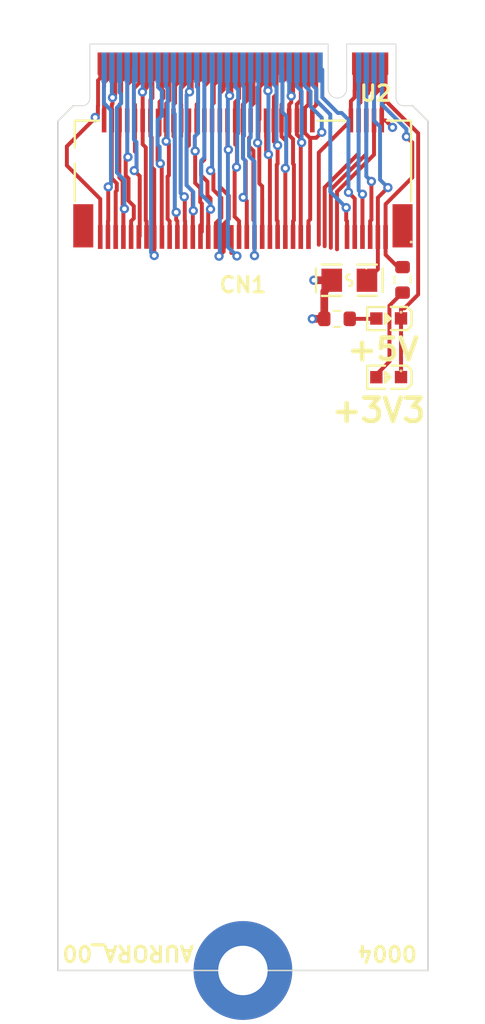
<source format=kicad_pcb>
(kicad_pcb (version 20221018) (generator pcbnew)
  (layers (0 "F.Cu" signal) (1 "In1.Cu" signal) (2 "In2.Cu" signal) (31 "B.Cu" signal) (34 "B.Paste" user) (35 "F.Paste" user) (36 "B.SilkS" user "B.Silkscreen") (37 "F.SilkS" user "F.Silkscreen") (38 "B.Mask" user) (39 "F.Mask" user) (44 "Edge.Cuts" user))
  (net 0 "")
  (net 1 "Net-(CN1-1-Pad11)")
  (net 2 "Net-(CN1-20-Pad21)")
  (net 3 "Net-(CN1-20-Pad23)")
  (net 4 "Net-(CN1-20-Pad25)")
  (net 5 "Net-(CN1-20-Pad27)")
  (net 6 "Net-(CN1-1-Pad66)")
  (net 7 "Net-(CN1-20-Pad33)")
  (net 8 "Net-(CN1-20-Pad35)")
  (net 9 "Net-(CN1-20-Pad37)")
  (net 10 "Net-(CN1-1-Pad5)")
  (net 11 "Net-(CN1-20-Pad39)")
  (net 12 "Net-(CN1-1-Pad69)")
  (net 13 "Net-(CN1-1-Pad71)")
  (net 14 "Net-(CN1-1-Pad73)")
  (net 15 "Net-(CN1-20-Pad41)")
  (net 16 "+3V3")
  (net 17 "Net-(CN1-20-Pad43)")
  (net 18 "Net-(CN1-20-Pad45)")
  (net 19 "Net-(CN1-20-Pad49)")
  (net 20 "Net-(CN1-20-Pad51)")
  (net 21 "Net-(CN1-20-Pad53)")
  (net 22 "Net-(CN1-20-Pad55)")
  (net 23 "Net-(CN1-20-Pad57)")
  (net 24 "Net-(CN1-20-Pad59)")
  (net 25 "Net-(CN1-20-Pad61)")
  (net 26 "Net-(CN1-1-Pad67)")
  (net 27 "Net-(CN1-1-Pad7)")
  (net 28 "Net-(CN1-20-Pad63)")
  (net 29 "Net-(CN1-1-Pad74)")
  (net 30 "Net-(CN1-1-Pad9)")
  (net 31 "GND")
  (net 32 "Net-(LED1-+)")
  (net 33 "+5V")
  (net 34 "Net-(LED2-+)")
  (net 35 "Net-(CN1-20-Pad29)")
  (net 36 "Net-(CN1-20-Pad31)")
  (net 37 "4")
  (net 38 "6")
  (net 39 "8")
  (net 40 "10")
  (net 41 "20")
  (net 42 "Net-(CN1-20-Pad47)")
  (net 43 "Net-(CN1-1-Pad3)")
  (footprint "footprint:F0805" (layer "F.Cu") (at 18.9 -44.7 180)
    (fp_text reference "F1" hide)
    (fp_text value "TLC-PSMD010")
  )
  (footprint "NGFF:NGFF_M" (layer "F.Cu") (at 12 -60 180)
    (fp_text reference "U2")
    (fp_text value "~")
    (fp_line (start -11 -4) (end -10.425 -4) (stroke (width 0.05)) (layer "Edge.Cuts"))
    (fp_line (start -9.925 -3.5) (end -9.925 0) (stroke (width 0.05)) (layer "Edge.Cuts"))
    (fp_line (start -9.925 0) (end -6.725 0) (stroke (width 0.05)) (layer "Edge.Cuts"))
    (fp_line (start -6.725 0) (end -6.725 -2.9) (stroke (width 0.05)) (layer "Edge.Cuts"))
    (fp_line (start -5.525 -2.9) (end -5.525 0) (stroke (width 0.05)) (layer "Edge.Cuts"))
    (fp_line (start -5.525 0) (end 0 0) (stroke (width 0.05)) (layer "Edge.Cuts"))
    (fp_line (start 0 0) (end 9.925 0) (stroke (width 0.05)) (layer "Edge.Cuts"))
    (fp_line (start 9.925 0) (end 9.925 -3.5) (stroke (width 0.05)) (layer "Edge.Cuts"))
    (fp_line (start 10.425 -4) (end 11 -4) (stroke (width 0.05)) (layer "Edge.Cuts"))
    (fp_arc (start -10.425 -4) (mid -10.071447 -3.853553) (end -9.925 -3.5) (stroke (width 0.05)) (layer "Edge.Cuts"))
    (fp_arc (start -6.725 -2.9) (mid -6.125 -3.5) (end -5.525 -2.9) (stroke (width 0.05)) (layer "Edge.Cuts"))
    (fp_arc (start 9.925 -3.5) (mid 10.071447 -3.853553) (end 10.425 -4) (stroke (width 0.05)) (layer "Edge.Cuts"))
  )
  (footprint "footprint_old:CONN-SMD_67P-P0.50-V_NASB0-S6701-TS50" (layer "F.Cu") (at 11.9999 -51.2748 180)
    (fp_text reference "CN1")
    (fp_text value "NASB0-S6701-TS50")
  )
  (footprint "Resistor_SMD:R_0603_1608Metric" (layer "F.Cu") (at 22.35 -44.725 -90)
    (fp_text reference "R1" hide)
    (fp_text value "470R")
  )
  (footprint "Resistor_SMD:R_0603_1608Metric" (layer "F.Cu") (at 18.1 -42.2)
    (fp_text reference "R2" hide)
    (fp_text value "470R")
  )
  (footprint "MountingHole:MountingHole_3.2mm_M3_Pad_TopBottom" (layer "F.Cu") (at 12 0 180)
    (fp_text reference "H1" hide)
    (fp_text value "MountingHole")
  )
  (footprint "footprints:LED0603-RD" (layer "F.Cu") (at 21.45 -42.225 180)
    (fp_text reference "LED1" hide)
    (fp_text value "LTST-C191KRKT")
  )
  (footprint "footprints:LED0603-RD" (layer "F.Cu") (at 21.45 -38.425 180)
    (fp_text reference "LED2" hide)
    (fp_text value "LTST-C191KRKT")
  )
  (gr_line (start 24 0) (end 24 -55) (stroke (width 0.1)) (layer "Edge.Cuts"))
  (gr_line (start 24 0) (end 0 0) (stroke (width 0.1)) (layer "Edge.Cuts"))
  (gr_line (start 1 -56) (end 0 -55) (stroke (width 0.1)) (layer "Edge.Cuts"))
  (gr_line (start 0 0) (end 0 -55) (stroke (width 0.1)) (layer "Edge.Cuts"))
  (gr_line (start 23 -56) (end 24 -55) (stroke (width 0.1)) (layer "Edge.Cuts"))
  (gr_text "0004              AURORA_00" (at 23.4 -1.7 180) (layer "F.SilkS") (effects (font (size 1 1) (thickness 0.2) bold) (justify left bottom)))
  (gr_text "+3V3" (at 17.6 -35.4) (layer "F.SilkS") (effects (font (size 1.5 1.5) (thickness 0.3) bold) (justify left bottom)))
  (gr_text "+5V" (at 18.6 -39.4) (layer "F.SilkS") (effects (font (size 1.4 1.5) (thickness 0.3) bold) (justify left bottom)))
  (segment (start 18.696 -49.4) (end 18.696 -48.585) (width 0.254) (layer "F.Cu") (net 1))
  (segment (start 18.696 -48.585) (end 18.75 -48.531) (width 0.254) (layer "F.Cu") (net 1))
  (segment (start 18.75 -48.531) (end 18.75 -47.5) (width 0.254) (layer "F.Cu") (net 1))
  (via (at 18.696 -49.4) (size 0.6) (drill 0.3) (layers "F.Cu" "B.Cu") (net 1))
  (segment (start 18.696 -49.4) (end 17.666 -50.4304) (width 0.254) (layer "B.Cu") (net 1))
  (segment (start 17.666 -50.4304) (end 17.666 -55.4341) (width 0.254) (layer "B.Cu") (net 1))
  (segment (start 16.766 -56.3342) (end 16.766 -57.078) (width 0.254) (layer "B.Cu") (net 1))
  (segment (start 16.5 -57.3438) (end 16.5 -58.475) (width 0.254) (layer "B.Cu") (net 1))
  (segment (start 16.766 -57.078) (end 16.5 -57.3438) (width 0.254) (layer "B.Cu") (net 1))
  (segment (start 17.666 -55.4341) (end 16.766 -56.3342) (width 0.254) (layer "B.Cu") (net 1))
  (segment (start 16 -55.0491) (end 16 -55.0495) (width 0.254) (layer "F.Cu") (net 2))
  (segment (start 16 -55.049) (end 16 -55.0491) (width 0.2) (layer "F.Cu") (net 2))
  (segment (start 16.25 -48.016) (end 16.25 -47.758) (width 0.254) (layer "F.Cu") (net 2))
  (segment (start 16 -55.0495) (end 16 -55.0496) (width 0.2) (layer "F.Cu") (net 2))
  (segment (start 16.331 -53.922) (end 16 -54.2527) (width 0.254) (layer "F.Cu") (net 2))
  (segment (start 16 -55.0496) (end 16 -55.0498) (width 0.254) (layer "F.Cu") (net 2))
  (segment (start 16.25 -47.5645) (end 16.25 -47.5) (width 0.2) (layer "F.Cu") (net 2))
  (segment (start 16 -55.049) (end 16 -55.0491) (width 0.254) (layer "F.Cu") (net 2))
  (segment (start 16 -55.0495) (end 16 -55.0496) (width 0.254) (layer "F.Cu") (net 2))
  (segment (start 16.362 -48.643) (end 16.25 -48.531) (width 0.254) (layer "F.Cu") (net 2))
  (segment (start 16.25 -47.629) (end 16.25 -47.5645) (width 0.2) (layer "F.Cu") (net 2))
  (segment (start 16.25 -47.629) (end 16.25 -47.5645) (width 0.2) (layer "F.Cu") (net 2))
  (segment (start 16.25 -47.629) (end 16.25 -47.5645) (width 0.254) (layer "F.Cu") (net 2))
  (segment (start 16 -55.0499) (end 16 -55.8387) (width 0.254) (layer "F.Cu") (net 2))
  (segment (start 16 -55.8387) (end 16.25 -56.0888) (width 0.254) (layer "F.Cu") (net 2))
  (segment (start 16.362 -53.922) (end 16.331 -53.922) (width 0.254) (layer "F.Cu") (net 2))
  (segment (start 16 -55.0498) (end 16 -55.0499) (width 0.2) (layer "F.Cu") (net 2))
  (segment (start 16 -55.0458) (end 16 -55.0479) (width 0.254) (layer "F.Cu") (net 2))
  (segment (start 16 -55.0495) (end 16 -55.0496) (width 0.2) (layer "F.Cu") (net 2))
  (segment (start 16 -55.0491) (end 16 -55.0495) (width 0.254) (layer "F.Cu") (net 2))
  (segment (start 16 -55.0498) (end 15.9999 -55.0499) (width 0.1524) (layer "F.Cu") (net 2))
  (segment (start 16.25 -56.0888) (end 16.25 -58.725) (width 0.254) (layer "F.Cu") (net 2))
  (segment (start 16.25 -48.274) (end 16.25 -48.016) (width 0.254) (layer "F.Cu") (net 2))
  (segment (start 16 -55.0479) (end 16 -55.048) (width 0.254) (layer "F.Cu") (net 2))
  (segment (start 16 -55.0479) (end 16 -55.048) (width 0.254) (layer "F.Cu") (net 2))
  (segment (start 16 -55.049) (end 16 -55.0491) (width 0.254) (layer "F.Cu") (net 2))
  (segment (start 16 -55.0491) (end 16 -55.0495) (width 0.254) (layer "F.Cu") (net 2))
  (segment (start 16 -55.0457) (end 16 -55.0458) (width 0.254) (layer "F.Cu") (net 2))
  (segment (start 16 -55.0498) (end 16 -55.0499) (width 0.254) (layer "F.Cu") (net 2))
  (segment (start 16 -55.0498) (end 16 -55.0499) (width 0.254) (layer "F.Cu") (net 2))
  (segment (start 16 -55.0498) (end 16 -55.0499) (width 0.2) (layer "F.Cu") (net 2))
  (segment (start 16.362 -53.922) (end 16.362 -48.643) (width 0.254) (layer "F.Cu") (net 2))
  (segment (start 16 -55.0495) (end 16 -55.0496) (width 0.254) (layer "F.Cu") (net 2))
  (segment (start 16.25 -48.274) (end 16.25 -48.016) (width 0.254) (layer "F.Cu") (net 2))
  (segment (start 16 -55.0491) (end 16 -55.0495) (width 0.2) (layer "F.Cu") (net 2))
  (segment (start 16 -54.2527) (end 16 -55.0457) (width 0.254) (layer "F.Cu") (net 2))
  (segment (start 16 -55.049) (end 16 -55.0491) (width 0.254) (layer "F.Cu") (net 2))
  (segment (start 16 -55.0495) (end 16 -55.0496) (width 0.254) (layer "F.Cu") (net 2))
  (segment (start 16 -55.048) (end 16 -55.049) (width 0.254) (layer "F.Cu") (net 2))
  (segment (start 16 -55.0496) (end 16 -55.0498) (width 0.2) (layer "F.Cu") (net 2))
  (segment (start 16 -55.0458) (end 16 -55.0479) (width 0.254) (layer "F.Cu") (net 2))
  (segment (start 16.25 -47.758) (end 16.25 -47.629) (width 0.254) (layer "F.Cu") (net 2))
  (segment (start 16 -55.048) (end 16 -55.049) (width 0.254) (layer "F.Cu") (net 2))
  (segment (start 17.112 -54.2823) (end 16.752 -53.922) (width 0.254) (layer "F.Cu") (net 2))
  (segment (start 16.2498 -47.5643) (end 16.2498 -47.5) (width 0.1524) (layer "F.Cu") (net 2))
  (segment (start 16 -55.0457) (end 16 -55.0458) (width 0.254) (layer "F.Cu") (net 2))
  (segment (start 16.752 -53.922) (end 16.362 -53.922) (width 0.254) (layer "F.Cu") (net 2))
  (segment (start 16 -55.048) (end 16 -55.049) (width 0.254) (layer "F.Cu") (net 2))
  (segment (start 16 -55.0498) (end 16 -55.0499) (width 0.254) (layer "F.Cu") (net 2))
  (segment (start 16 -55.0496) (end 16 -55.0498) (width 0.254) (layer "F.Cu") (net 2))
  (segment (start 16 -55.0496) (end 16 -55.0498) (width 0.2) (layer "F.Cu") (net 2))
  (segment (start 16.25 -48.531) (end 16.25 -48.274) (width 0.254) (layer "F.Cu") (net 2))
  (segment (start 16 -55.0479) (end 16 -55.048) (width 0.254) (layer "F.Cu") (net 2))
  (segment (start 16 -55.0496) (end 16 -55.0498) (width 0.254) (layer "F.Cu") (net 2))
  (segment (start 16.25 -47.5645) (end 16.2498 -47.5643) (width 0.1524) (layer "F.Cu") (net 2))
  (segment (start 16.25 -47.758) (end 16.25 -47.629) (width 0.2) (layer "F.Cu") (net 2))
  (segment (start 16.25 -47.5645) (end 16.25 -47.5) (width 0.2) (layer "F.Cu") (net 2))
  (segment (start 16.25 -47.5645) (end 16.25 -47.5) (width 0.254) (layer "F.Cu") (net 2))
  (via (at 17.112 -54.2823) (size 0.6) (drill 0.3) (layers "F.Cu" "B.Cu") (net 2))
  (segment (start 16.383 -55.954) (end 17.112 -55.225) (width 0.254) (layer "B.Cu") (net 2))
  (segment (start 16 -57.3023) (end 16.383 -56.9194) (width 0.254) (layer "B.Cu") (net 2))
  (segment (start 16.383 -56.9194) (end 16.383 -55.954) (width 0.254) (layer "B.Cu") (net 2))
  (segment (start 16 -58.475) (end 16 -57.3023) (width 0.254) (layer "B.Cu") (net 2))
  (segment (start 17.112 -55.225) (end 17.112 -54.2823) (width 0.254) (layer "B.Cu") (net 2))
  (segment (start 15.76 -53.6186) (end 15.806 -53.6186) (width 0.254) (layer "F.Cu") (net 3))
  (segment (start 15.5 -55.0662) (end 15.5 -55.0499) (width 0.2) (layer "F.Cu") (net 3))
  (segment (start 15.5 -54.8283) (end 15.5 -54.8285) (width 0.2) (layer "F.Cu") (net 3))
  (segment (start 15.5 -55.6073) (end 15.5 -55.1152) (width 0.2) (layer "F.Cu") (net 3))
  (segment (start 15.75 -53.6081) (end 15.76 -53.6186) (width 0.254) (layer "F.Cu") (net 3))
  (segment (start 15.5 -56.0998) (end 15.75 -56.35) (width 0.254) (layer "F.Cu") (net 3))
  (segment (start 15.5 -55.6073) (end 15.5 -55.6075) (width 0.254) (layer "F.Cu") (net 3))
  (segment (start 15.5 -54.8283) (end 15.5 -54.8285) (width 0.2) (layer "F.Cu") (net 3))
  (segment (start 15.75 -47.5) (end 15.75 -53.6081) (width 0.254) (layer "F.Cu") (net 3))
  (segment (start 15.5 -54.8285) (end 15.5 -55.0499) (width 0.2) (layer "F.Cu") (net 3))
  (segment (start 15.5 -55.6075) (end 15.5 -56.0998) (width 0.254) (layer "F.Cu") (net 3))
  (segment (start 15.5 -54.6067) (end 15.5 -54.6065) (width 0.254) (layer "F.Cu") (net 3))
  (segment (start 15.5 -54.8283) (end 15.5 -54.6067) (width 0.254) (layer "F.Cu") (net 3))
  (segment (start 15.5 -55.0499) (end 15.5 -54.8285) (width 0.254) (layer "F.Cu") (net 3))
  (segment (start 15.5 -55.6075) (end 15.5 -55.6073) (width 0.2) (layer "F.Cu") (net 3))
  (segment (start 15.76 -53.8698) (end 15.76 -53.6186) (width 0.254) (layer "F.Cu") (net 3))
  (segment (start 15.5 -54.8285) (end 15.5 -54.8283) (width 0.254) (layer "F.Cu") (net 3))
  (segment (start 15.75 -56.35) (end 15.75 -58.725) (width 0.254) (layer "F.Cu") (net 3))
  (segment (start 15.5 -54.8285) (end 15.5 -55.0499) (width 0.2) (layer "F.Cu") (net 3))
  (segment (start 15.5 -54.1305) (end 15.76 -53.8698) (width 0.254) (layer "F.Cu") (net 3))
  (segment (start 15.5 -54.6065) (end 15.5 -54.1305) (width 0.254) (layer "F.Cu") (net 3))
  (segment (start 15.5 -55.0662) (end 15.5 -55.0499) (width 0.254) (layer "F.Cu") (net 3))
  (segment (start 15.5 -55.0825) (end 15.5 -55.0662) (width 0.2) (layer "F.Cu") (net 3))
  (segment (start 15.5 -54.6065) (end 15.5 -54.6067) (width 0.2) (layer "F.Cu") (net 3))
  (segment (start 15.5 -54.6067) (end 15.5 -54.8283) (width 0.2) (layer "F.Cu") (net 3))
  (segment (start 15.5 -55.1152) (end 15.5 -55.6073) (width 0.254) (layer "F.Cu") (net 3))
  (segment (start 15.4998 -55.066) (end 15.4998 -55.0499) (width 0.1524) (layer "F.Cu") (net 3))
  (segment (start 15.5 -55.0662) (end 15.4998 -55.066) (width 0.1524) (layer "F.Cu") (net 3))
  (segment (start 15.5 -55.0825) (end 15.5 -55.0662) (width 0.254) (layer "F.Cu") (net 3))
  (segment (start 15.5 -55.1152) (end 15.5 -55.0825) (width 0.2) (layer "F.Cu") (net 3))
  (via (at 15.806 -53.6186) (size 0.6) (drill 0.3) (layers "F.Cu" "B.Cu") (net 3))
  (segment (start 15.806 -56.938) (end 15.806 -53.6186) (width 0.254) (layer "B.Cu") (net 3))
  (segment (start 15.5 -57.2441) (end 15.806 -56.938) (width 0.254) (layer "B.Cu") (net 3))
  (segment (start 15.5 -58.475) (end 15.5 -57.2441) (width 0.254) (layer "B.Cu") (net 3))
  (segment (start 15 -55.0849) (end 15 -55.0674) (width 0.2) (layer "F.Cu") (net 4))
  (segment (start 15.25 -47.629) (end 15.25 -47.5645) (width 0.254) (layer "F.Cu") (net 4))
  (segment (start 15.25 -48.274) (end 15.25 -48.016) (width 0.254) (layer "F.Cu") (net 4))
  (segment (start 15.25 -47.758) (end 15.25 -47.629) (width 0.2) (layer "F.Cu") (net 4))
  (segment (start 15 -55.0849) (end 15 -55.5828) (width 0.254) (layer "F.Cu") (net 4))
  (segment (start 15 -54.5783) (end 15 -54.5782) (width 0.254) (layer "F.Cu") (net 4))
  (segment (start 15 -54.8141) (end 15 -54.8142) (width 0.2) (layer "F.Cu") (net 4))
  (segment (start 15 -54.5782) (end 15 -54.0889) (width 0.254) (layer "F.Cu") (net 4))
  (segment (start 15 -54.5782) (end 15 -54.5783) (width 0.2) (layer "F.Cu") (net 4))
  (segment (start 15 -55.5828) (end 15 -55.0849) (width 0.2) (layer "F.Cu") (net 4))
  (segment (start 15.25 -56.7487) (end 15.131 -56.6301) (width 0.254) (layer "F.Cu") (net 4))
  (segment (start 15.131 -56.2123) (end 15.131 -56.6301) (width 0.254) (layer "F.Cu") (net 4))
  (segment (start 15.25 -47.629) (end 15.25 -47.5645) (width 0.2) (layer "F.Cu") (net 4))
  (segment (start 15.25 -47.5645) (end 15.25 -47.5) (width 0.2) (layer "F.Cu") (net 4))
  (segment (start 15.306 -52.1825) (end 15.306 -48.587) (width 0.254) (layer "F.Cu") (net 4))
  (segment (start 15.25 -48.274) (end 15.25 -48.016) (width 0.254) (layer "F.Cu") (net 4))
  (segment (start 15 -54.8141) (end 15 -54.8142) (width 0.2) (layer "F.Cu") (net 4))
  (segment (start 15.25 -47.5645) (end 15.25 -47.5) (width 0.254) (layer "F.Cu") (net 4))
  (segment (start 15.306 -48.587) (end 15.25 -48.531) (width 0.254) (layer "F.Cu") (net 4))
  (segment (start 15 -54.8141) (end 15 -54.5783) (width 0.254) (layer "F.Cu") (net 4))
  (segment (start 15 -55.0674) (end 15 -55.0587) (width 0.254) (layer "F.Cu") (net 4))
  (segment (start 15.25 -52.2384) (end 15.306 -52.1825) (width 0.254) (layer "F.Cu") (net 4))
  (segment (start 14.9999 -55.0586) (end 14.9999 -55.0499) (width 0.1524) (layer "F.Cu") (net 4))
  (segment (start 15 -56.0808) (end 15.131 -56.2123) (width 0.254) (layer "F.Cu") (net 4))
  (segment (start 15 -55.0674) (end 15 -55.0587) (width 0.2) (layer "F.Cu") (net 4))
  (segment (start 15.25 -53.839) (end 15.25 -52.2384) (width 0.254) (layer "F.Cu") (net 4))
  (segment (start 15 -55.5829) (end 15 -56.0808) (width 0.254) (layer "F.Cu") (net 4))
  (segment (start 15 -54.8142) (end 15 -55.0499) (width 0.2) (layer "F.Cu") (net 4))
  (segment (start 15 -55.5828) (end 15 -55.5829) (width 0.254) (layer "F.Cu") (net 4))
  (segment (start 15 -54.8142) (end 15 -54.8141) (width 0.254) (layer "F.Cu") (net 4))
  (segment (start 15 -54.0889) (end 15.25 -53.839) (width 0.254) (layer "F.Cu") (net 4))
  (segment (start 15.25 -47.5645) (end 15.2498 -47.5643) (width 0.1524) (layer "F.Cu") (net 4))
  (segment (start 15.25 -48.016) (end 15.25 -47.758) (width 0.254) (layer "F.Cu") (net 4))
  (segment (start 15.25 -47.5645) (end 15.25 -47.5) (width 0.2) (layer "F.Cu") (net 4))
  (segment (start 15.25 -47.629) (end 15.25 -47.5645) (width 0.2) (layer "F.Cu") (net 4))
  (segment (start 15 -55.0587) (end 15 -55.0499) (width 0.2) (layer "F.Cu") (net 4))
  (segment (start 15 -55.0587) (end 15 -55.0499) (width 0.254) (layer "F.Cu") (net 4))
  (segment (start 15 -54.8142) (end 15 -55.0499) (width 0.2) (layer "F.Cu") (net 4))
  (segment (start 15.2498 -47.5643) (end 15.2498 -47.5) (width 0.1524) (layer "F.Cu") (net 4))
  (segment (start 15.25 -48.531) (end 15.25 -48.274) (width 0.254) (layer "F.Cu") (net 4))
  (segment (start 15.25 -58.725) (end 15.25 -56.7487) (width 0.254) (layer "F.Cu") (net 4))
  (segment (start 15 -55.0499) (end 15 -54.8142) (width 0.254) (layer "F.Cu") (net 4))
  (segment (start 15 -54.5783) (end 15 -54.8141) (width 0.2) (layer "F.Cu") (net 4))
  (segment (start 15 -55.0587) (end 14.9999 -55.0586) (width 0.1524) (layer "F.Cu") (net 4))
  (segment (start 15.25 -47.758) (end 15.25 -47.629) (width 0.254) (layer "F.Cu") (net 4))
  (segment (start 15 -55.5829) (end 15 -55.5828) (width 0.2) (layer "F.Cu") (net 4))
  (via (at 15.131 -56.6301) (size 0.6) (drill 0.3) (layers "F.Cu" "B.Cu") (net 4))
  (segment (start 15 -56.7615) (end 15.131 -56.6301) (width 0.254) (layer "B.Cu") (net 4))
  (segment (start 15 -58.475) (end 15 -56.7615) (width 0.254) (layer "B.Cu") (net 4))
  (segment (start 14.5 -55.0499) (end 14.4998 -55.0499) (width 0.1524) (layer "F.Cu") (net 5))
  (segment (start 14.5 -56.0808) (end 14.564 -56.1448) (width 0.254) (layer "F.Cu") (net 5))
  (segment (start 14.806 -52.0081) (end 14.806 -53.7129) (width 0.254) (layer "F.Cu") (net 5))
  (segment (start 14.5 -55.0499) (end 14.5 -56.0808) (width 0.254) (layer "F.Cu") (net 5))
  (segment (start 14.75 -51.9522) (end 14.806 -52.0081) (width 0.254) (layer "F.Cu") (net 5))
  (segment (start 14.75 -57.7441) (end 14.75 -58.725) (width 0.254) (layer "F.Cu") (net 5))
  (segment (start 14.75 -47.5) (end 14.75 -51.9522) (width 0.254) (layer "F.Cu") (net 5))
  (segment (start 14.564 -57.5579) (end 14.75 -57.7441) (width 0.254) (layer "F.Cu") (net 5))
  (segment (start 14.564 -56.1448) (end 14.564 -57.5579) (width 0.254) (layer "F.Cu") (net 5))
  (segment (start 14.806 -53.7129) (end 14.5 -54.019) (width 0.254) (layer "F.Cu") (net 5))
  (segment (start 14.5 -54.019) (end 14.5 -55.0499) (width 0.254) (layer "F.Cu") (net 5))
  (via (at 14.75 -51.9522) (size 0.6) (drill 0.3) (layers "F.Cu" "B.Cu") (net 5))
  (segment (start 14.564 -58.4112) (end 14.5 -58.475) (width 0.254) (layer "B.Cu") (net 5))
  (segment (start 14.804 -52.0068) (end 14.804 -55.3395) (width 0.254) (layer "B.Cu") (net 5))
  (segment (start 14.564 -55.5801) (end 14.564 -58.4112) (width 0.254) (layer "B.Cu") (net 5))
  (segment (start 14.75 -51.9522) (end 14.804 -52.0068) (width 0.254) (layer "B.Cu") (net 5))
  (segment (start 14.804 -55.3395) (end 14.564 -55.5801) (width 0.254) (layer "B.Cu") (net 5))
  (segment (start 5 -54.8018) (end 5 -54.9257) (width 0.254) (layer "F.Cu") (net 6))
  (segment (start 5 -54.9258) (end 5 -54.9877) (width 0.2) (layer "F.Cu") (net 6))
  (segment (start 5 -54.9878) (end 5 -55.0187) (width 0.254) (layer "F.Cu") (net 6))
  (segment (start 5 -55.0187) (end 5 -55.0496) (width 0.254) (layer "F.Cu") (net 6))
  (segment (start 5 -54.8018) (end 5 -54.9257) (width 0.254) (layer "F.Cu") (net 6))
  (segment (start 5 -55.0187) (end 4.9999 -55.0188) (width 0.1524) (layer "F.Cu") (net 6))
  (segment (start 5 -55.0187) (end 5 -55.0496) (width 0.254) (layer "F.Cu") (net 6))
  (segment (start 5 -54.9258) (end 5 -54.9877) (width 0.254) (layer "F.Cu") (net 6))
  (segment (start 5.25 -57.4398) (end 5.25 -58.725) (width 0.254) (layer "F.Cu") (net 6))
  (segment (start 5 -55.0496) (end 5 -56.0675) (width 0.254) (layer "F.Cu") (net 6))
  (segment (start 5 -54.9878) (end 5 -55.0187) (width 0.254) (layer "F.Cu") (net 6))
  (segment (start 5 -54.9877) (end 5 -54.9878) (width 0.254) (layer "F.Cu") (net 6))
  (segment (start 5 -54.9878) (end 5 -55.0187) (width 0.2) (layer "F.Cu") (net 6))
  (segment (start 5 -54.9257) (end 5 -54.9258) (width 0.2) (layer "F.Cu") (net 6))
  (segment (start 5.25 -47.5) (end 5.2498 -47.4998) (width 0.1524) (layer "F.Cu") (net 6))
  (segment (start 5 -54.9877) (end 5 -54.9878) (width 0.254) (layer "F.Cu") (net 6))
  (segment (start 5 -56.0675) (end 4.93 -56.1379) (width 0.254) (layer "F.Cu") (net 6))
  (segment (start 5 -54.8017) (end 5 -54.8018) (width 0.254) (layer "F.Cu") (net 6))
  (segment (start 5 -54.9257) (end 5 -54.9258) (width 0.254) (layer "F.Cu") (net 6))
  (segment (start 5.099 -51.9455) (end 5.099 -52.9408) (width 0.254) (layer "F.Cu") (net 6))
  (segment (start 5 -54.9257) (end 5 -54.9258) (width 0.254) (layer "F.Cu") (net 6))
  (segment (start 5 -54.9877) (end 5 -54.9878) (width 0.2) (layer "F.Cu") (net 6))
  (segment (start 5 -54.5537) (end 5 -54.5538) (width 0.254) (layer "F.Cu") (net 6))
  (segment (start 5.308 -47.558) (end 5.25 -47.5) (width 0.254) (layer "F.Cu") (net 6))
  (segment (start 5.2498 -47.4998) (end 5.2498 -47.4997) (width 0.1524) (layer "F.Cu") (net 6))
  (segment (start 5.308 -51.4455) (end 5.308 -47.558) (width 0.254) (layer "F.Cu") (net 6))
  (segment (start 4.93 -56.1379) (end 4.93 -57.1193) (width 0.254) (layer "F.Cu") (net 6))
  (segment (start 4.9535 -51.8) (end 5.099 -51.9455) (width 0.254) (layer "F.Cu") (net 6))
  (segment (start 5 -54.9877) (end 5 -54.9878) (width 0.254) (layer "F.Cu") (net 6))
  (segment (start 4.93 -57.1193) (end 5.25 -57.4398) (width 0.254) (layer "F.Cu") (net 6))
  (segment (start 5 -54.9257) (end 5 -54.9258) (width 0.254) (layer "F.Cu") (net 6))
  (segment (start 5 -54.5538) (end 5 -54.8017) (width 0.254) (layer "F.Cu") (net 6))
  (segment (start 5 -54.8017) (end 5 -54.8018) (width 0.254) (layer "F.Cu") (net 6))
  (segment (start 5 -54.9258) (end 5 -54.9877) (width 0.254) (layer "F.Cu") (net 6))
  (segment (start 5 -55.0187) (end 5 -55.0496) (width 0.254) (layer "F.Cu") (net 6))
  (segment (start 5 -54.9878) (end 5 -55.0187) (width 0.254) (layer "F.Cu") (net 6))
  (segment (start 5.099 -52.9408) (end 5 -53.0398) (width 0.254) (layer "F.Cu") (net 6))
  (segment (start 5 -54.9258) (end 5 -54.9877) (width 0.254) (layer "F.Cu") (net 6))
  (segment (start 5 -55.0187) (end 5 -55.0496) (width 0.2) (layer "F.Cu") (net 6))
  (segment (start 5 -55.0187) (end 5 -55.0496) (width 0.2) (layer "F.Cu") (net 6))
  (segment (start 5 -54.9877) (end 5 -54.9878) (width 0.2) (layer "F.Cu") (net 6))
  (segment (start 4.9535 -51.8) (end 5.308 -51.4455) (width 0.254) (layer "F.Cu") (net 6))
  (segment (start 4.9999 -55.0188) (end 4.9999 -55.0496) (width 0.1524) (layer "F.Cu") (net 6))
  (segment (start 5 -54.9878) (end 5 -55.0187) (width 0.2) (layer "F.Cu") (net 6))
  (segment (start 5 -53.0398) (end 5 -54.9257) (width 0.254) (layer "F.Cu") (net 6))
  (via (at 4.9535 -51.8) (size 0.6) (drill 0.3) (layers "F.Cu" "B.Cu") (net 6))
  (segment (start 4.93 -53.8156) (end 4.93 -58.405) (width 0.254) (layer "B.Cu") (net 6))
  (segment (start 4.93 -58.405) (end 5 -58.475) (width 0.254) (layer "B.Cu") (net 6))
  (segment (start 4.9535 -51.8) (end 5.099 -51.9455) (width 0.254) (layer "B.Cu") (net 6))
  (segment (start 5.099 -51.9455) (end 5.099 -53.6466) (width 0.254) (layer "B.Cu") (net 6))
  (segment (start 5.099 -53.6466) (end 4.93 -53.8156) (width 0.254) (layer "B.Cu") (net 6))
  (segment (start 13.25 -49.9627) (end 13.25 -49.9625) (width 0.254) (layer "F.Cu") (net 7))
  (segment (start 13.034 -55.0845) (end 13.017 -55.0672) (width 0.254) (layer "F.Cu") (net 7))
  (segment (start 13.017 -55.0672) (end 13.008 -55.0586) (width 0.254) (layer "F.Cu") (net 7))
  (segment (start 13.008 -55.0586) (end 13.004 -55.0543) (width 0.254) (layer "F.Cu") (net 7))
  (segment (start 13 -55.0501) (end 13 -55.0499) (width 0.254) (layer "F.Cu") (net 7))
  (segment (start 13.017 -55.0672) (end 13.008 -55.0586) (width 0.254) (layer "F.Cu") (net 7))
  (segment (start 13.034 -55.0845) (end 13.017 -55.0672) (width 0.254) (layer "F.Cu") (net 7))
  (segment (start 13.2498 -48.3208) (end 13.2498 -47.5) (width 0.1524) (layer "F.Cu") (net 7))
  (segment (start 13 -53.6002) (end 13.062 -53.5378) (width 0.254) (layer "F.Cu") (net 7))
  (segment (start 13.25 -58.725) (end 13.25 -57.3831) (width 0.254) (layer "F.Cu") (net 7))
  (segment (start 13.069 -55.1191) (end 13.034 -55.0845) (width 0.254) (layer "F.Cu") (net 7))
  (segment (start 13.25 -48.321) (end 13.2498 -48.3208) (width 0.1524) (layer "F.Cu") (net 7))
  (segment (start 13 -53.6002) (end 12.953 -53.6002) (width 0.254) (layer "F.Cu") (net 7))
  (segment (start 13.008 -55.0586) (end 13.004 -55.0543) (width 0.254) (layer "F.Cu") (net 7))
  (segment (start 13.002 -55.0521) (end 12.9999 -55.05) (width 0.1524) (layer "F.Cu") (net 7))
  (segment (start 13.062 -53.5378) (end 13.062 -50.9709) (width 0.254) (layer "F.Cu") (net 7))
  (segment (start 13.25 -48.321) (end 13.25 -47.5) (width 0.254) (layer "F.Cu") (net 7))
  (segment (start 13.017 -55.0672) (end 13 -55.0501) (width 0.254) (layer "F.Cu") (net 7))
  (segment (start 13 -55.0499) (end 13 -53.6002) (width 0.254) (layer "F.Cu") (net 7))
  (segment (start 13.002 -55.0521) (end 13 -55.0499) (width 0.254) (layer "F.Cu") (net 7))
  (segment (start 13.25 -49.142) (end 13.25 -48.321) (width 0.254) (layer "F.Cu") (net 7))
  (segment (start 13.062 -50.9709) (end 13.25 -50.7834) (width 0.254) (layer "F.Cu") (net 7))
  (segment (start 13.25 -49.9625) (end 13.25 -49.142) (width 0.254) (layer "F.Cu") (net 7))
  (segment (start 13.004 -55.0543) (end 13.002 -55.0521) (width 0.254) (layer "F.Cu") (net 7))
  (segment (start 13.25 -49.9627) (end 13.25 -49.9625) (width 0.254) (layer "F.Cu") (net 7))
  (segment (start 13.25 -50.7834) (end 13.25 -49.9627) (width 0.254) (layer "F.Cu") (net 7))
  (segment (start 13.004 -55.0543) (end 13.002 -55.0521) (width 0.254) (layer "F.Cu") (net 7))
  (segment (start 12.9999 -55.05) (end 12.9999 -55.0499) (width 0.1524) (layer "F.Cu") (net 7))
  (segment (start 13.25 -57.3831) (end 13.069 -57.2022) (width 0.254) (layer "F.Cu") (net 7))
  (segment (start 13.002 -55.0521) (end 13 -55.0499) (width 0.254) (layer "F.Cu") (net 7))
  (segment (start 13.25 -49.9625) (end 13.25 -49.142) (width 0.254) (layer "F.Cu") (net 7))
  (segment (start 13.069 -57.2022) (end 13.069 -55.1191) (width 0.254) (layer "F.Cu") (net 7))
  (via (at 12.953 -53.6002) (size 0.6) (drill 0.3) (layers "F.Cu" "B.Cu") (net 7))
  (segment (start 13 -57.2441) (end 12.953 -57.1969) (width 0.254) (layer "B.Cu") (net 7))
  (segment (start 12.953 -57.1969) (end 12.953 -53.6002) (width 0.254) (layer "B.Cu") (net 7))
  (segment (start 13 -58.475) (end 13 -57.2441) (width 0.254) (layer "B.Cu") (net 7))
  (segment (start 12.5 -55.0349) (end 12.5 -55.0424) (width 0.2) (layer "F.Cu") (net 8))
  (segment (start 12.5 -55.0424) (end 12.4998 -55.0426) (width 0.1524) (layer "F.Cu") (net 8))
  (segment (start 12.396 -53.3688) (end 12.679 -53.0859) (width 0.254) (layer "F.Cu") (net 8))
  (segment (start 12.396 -53.9149) (end 12.396 -53.3688) (width 0.254) (layer "F.Cu") (net 8))
  (segment (start 12.5 -55.0195) (end 12.5 -55.0347) (width 0.254) (layer "F.Cu") (net 8))
  (segment (start 12.679 -53.0859) (end 12.679 -48.602) (width 0.254) (layer "F.Cu") (net 8))
  (segment (start 12.5 -54.9889) (end 12.5 -54.5042) (width 0.254) (layer "F.Cu") (net 8))
  (segment (start 12.75 -57.7441) (end 12.75 -58.725) (width 0.254) (layer "F.Cu") (net 8))
  (segment (start 12.5 -55.4889) (end 12.5 -55.0499) (width 0.2) (layer "F.Cu") (net 8))
  (segment (start 12.5 -55.0347) (end 12.5 -55.0349) (width 0.254) (layer "F.Cu") (net 8))
  (segment (start 12.679 -48.602) (end 12.75 -48.531) (width 0.254) (layer "F.Cu") (net 8))
  (segment (start 12.5 -54.5042) (end 12.5 -54.504) (width 0.254) (layer "F.Cu") (net 8))
  (segment (start 12.5 -55.0349) (end 12.5 -55.0424) (width 0.254) (layer "F.Cu") (net 8))
  (segment (start 12.5 -55.4891) (end 12.5 -55.4889) (width 0.2) (layer "F.Cu") (net 8))
  (segment (start 12.5 -54.9889) (end 12.5 -55.0195) (width 0.2) (layer "F.Cu") (net 8))
  (segment (start 12.5 -55.0349) (end 12.5 -55.0424) (width 0.2) (layer "F.Cu") (net 8))
  (segment (start 12.5 -55.0347) (end 12.5 -55.0349) (width 0.2) (layer "F.Cu") (net 8))
  (segment (start 12.5 -54.504) (end 12.5 -54.5042) (width 0.2) (layer "F.Cu") (net 8))
  (segment (start 12.5 -54.019) (end 12.396 -53.9149) (width 0.254) (layer "F.Cu") (net 8))
  (segment (start 12.5 -55.0195) (end 12.5 -55.0347) (width 0.2) (layer "F.Cu") (net 8))
  (segment (start 12.4998 -55.0426) (end 12.4998 -55.0499) (width 0.1524) (layer "F.Cu") (net 8))
  (segment (start 12.5 -55.4889) (end 12.5 -55.4891) (width 0.254) (layer "F.Cu") (net 8))
  (segment (start 12.5 -55.0424) (end 12.5 -55.0499) (width 0.2) (layer "F.Cu") (net 8))
  (segment (start 12.5 -55.9587) (end 12.686 -56.1451) (width 0.254) (layer "F.Cu") (net 8))
  (segment (start 12.5 -55.0424) (end 12.5 -55.0499) (width 0.2) (layer "F.Cu") (net 8))
  (segment (start 12.5 -54.5042) (end 12.5 -54.9889) (width 0.2) (layer "F.Cu") (net 8))
  (segment (start 12.5 -55.4891) (end 12.5 -55.9587) (width 0.254) (layer "F.Cu") (net 8))
  (segment (start 12.5 -55.0347) (end 12.5 -55.0349) (width 0.2) (layer "F.Cu") (net 8))
  (segment (start 12.686 -56.1451) (end 12.686 -57.6803) (width 0.254) (layer "F.Cu") (net 8))
  (segment (start 12.5 -55.0499) (end 12.5 -55.4889) (width 0.254) (layer "F.Cu") (net 8))
  (segment (start 12.686 -57.6803) (end 12.75 -57.7441) (width 0.254) (layer "F.Cu") (net 8))
  (segment (start 12.75 -48.531) (end 12.75 -47.5) (width 0.254) (layer "F.Cu") (net 8))
  (segment (start 12.5 -54.504) (end 12.5 -54.019) (width 0.254) (layer "F.Cu") (net 8))
  (segment (start 12.5 -55.0424) (end 12.5 -55.0499) (width 0.254) (layer "F.Cu") (net 8))
  (segment (start 12.75 -47.5) (end 12.75 -46.293) (width 0.254) (layer "F.Cu") (net 8))
  (via (at 12.75 -46.293) (size 0.6) (drill 0.3) (layers "F.Cu" "B.Cu") (net 8))
  (segment (start 12.5 -58.475) (end 12.5 -53.9335) (width 0.254) (layer "B.Cu") (net 8))
  (segment (start 12.396 -52.7442) (end 12.75 -52.3899) (width 0.254) (layer "B.Cu") (net 8))
  (segment (start 12.5 -53.9335) (end 12.396 -53.8292) (width 0.254) (layer "B.Cu") (net 8))
  (segment (start 12.396 -53.8292) (end 12.396 -52.7442) (width 0.254) (layer "B.Cu") (net 8))
  (segment (start 12.75 -52.3899) (end 12.75 -46.293) (width 0.254) (layer "B.Cu") (net 8))
  (segment (start 12 -54.9347) (end 12 -54.9348) (width 0.254) (layer "F.Cu") (net 9))
  (segment (start 12 -55.0428) (end 12 -55.0499) (width 0.2) (layer "F.Cu") (net 9))
  (segment (start 12.25 -47.657) (end 12.25 -47.5785) (width 0.2) (layer "F.Cu") (net 9))
  (segment (start 12 -55.0356) (end 12 -55.0357) (width 0.254) (layer "F.Cu") (net 9))
  (segment (start 12.25 -47.5785) (end 12.2498 -47.5783) (width 0.1524) (layer "F.Cu") (net 9))
  (segment (start 12 -55.0356) (end 12 -55.0357) (width 0.254) (layer "F.Cu") (net 9))
  (segment (start 12 -55.0212) (end 12 -55.0213) (width 0.254) (layer "F.Cu") (net 9))
  (segment (start 12 -55.0357) (end 12 -55.0428) (width 0.254) (layer "F.Cu") (net 9))
  (segment (start 12 -55.0428) (end 12 -55.0499) (width 0.254) (layer "F.Cu") (net 9))
  (segment (start 12.25 -47.815) (end 12.25 -47.658) (width 0.2) (layer "F.Cu") (net 9))
  (segment (start 12 -54.9924) (end 12 -54.9925) (width 0.254) (layer "F.Cu") (net 9))
  (segment (start 12.25 -48.131) (end 12.25 -47.816) (width 0.254) (layer "F.Cu") (net 9))
  (segment (start 12 -54.9925) (end 12 -55.0212) (width 0.254) (layer "F.Cu") (net 9))
  (segment (start 12 -55.0356) (end 12 -55.0357) (width 0.2) (layer "F.Cu") (net 9))
  (segment (start 12 -52.5984) (end 12 -54.9347) (width 0.254) (layer "F.Cu") (net 9))
  (segment (start 12 -55.0213) (end 12 -55.0356) (width 0.254) (layer "F.Cu") (net 9))
  (segment (start 12.2498 -47.5783) (end 12.2498 -47.5) (width 0.1524) (layer "F.Cu") (net 9))
  (segment (start 12 -55.0213) (end 12 -55.0356) (width 0.254) (layer "F.Cu") (net 9))
  (segment (start 12.25 -48.446) (end 12.25 -48.131) (width 0.254) (layer "F.Cu") (net 9))
  (segment (start 12.182 -52.4168) (end 12 -52.5984) (width 0.254) (layer "F.Cu") (net 9))
  (segment (start 12 -55.0213) (end 12 -55.0356) (width 0.254) (layer "F.Cu") (net 9))
  (segment (start 12 -54.9924) (end 12 -54.9925) (width 0.254) (layer "F.Cu") (net 9))
  (segment (start 12.25 -47.657) (end 12.25 -47.5785) (width 0.2) (layer "F.Cu") (net 9))
  (segment (start 12 -54.9348) (end 12 -54.9924) (width 0.254) (layer "F.Cu") (net 9))
  (segment (start 12.182 -50.2312) (end 12.182 -52.4168) (width 0.254) (layer "F.Cu") (net 9))
  (segment (start 12.25 -47.816) (end 12.25 -47.815) (width 0.2) (layer "F.Cu") (net 9))
  (segment (start 12.25 -49.837) (end 12.25 -48.446) (width 0.254) (layer "F.Cu") (net 9))
  (segment (start 12 -55.0428) (end 12 -55.0499) (width 0.254) (layer "F.Cu") (net 9))
  (segment (start 12 -55.0357) (end 12 -55.0428) (width 0.254) (layer "F.Cu") (net 9))
  (segment (start 12 -55.0357) (end 12 -55.0428) (width 0.2) (layer "F.Cu") (net 9))
  (segment (start 12.019 -50.0683) (end 12.25 -49.837) (width 0.254) (layer "F.Cu") (net 9))
  (segment (start 12.25 -56.3309) (end 12.25 -58.725) (width 0.254) (layer "F.Cu") (net 9))
  (segment (start 12 -55.0212) (end 12 -55.0213) (width 0.254) (layer "F.Cu") (net 9))
  (segment (start 12 -54.9924) (end 12 -54.9925) (width 0.254) (layer "F.Cu") (net 9))
  (segment (start 12 -55.0357) (end 12 -55.0428) (width 0.254) (layer "F.Cu") (net 9))
  (segment (start 12 -55.0212) (end 12 -55.0213) (width 0.254) (layer "F.Cu") (net 9))
  (segment (start 12 -55.0213) (end 12 -55.0356) (width 0.2) (layer "F.Cu") (net 9))
  (segment (start 11.9999 -55.0429) (end 11.9999 -55.0499) (width 0.1524) (layer "F.Cu") (net 9))
  (segment (start 12.25 -47.816) (end 12.25 -47.815) (width 0.254) (layer "F.Cu") (net 9))
  (segment (start 12.25 -47.658) (end 12.25 -47.657) (width 0.2) (layer "F.Cu") (net 9))
  (segment (start 12.25 -48.446) (end 12.25 -48.131) (width 0.254) (layer "F.Cu") (net 9))
  (segment (start 12 -55.0356) (end 12 -55.0357) (width 0.2) (layer "F.Cu") (net 9))
  (segment (start 12 -55.0212) (end 12 -55.0213) (width 0.2) (layer "F.Cu") (net 9))
  (segment (start 12 -55.0357) (end 12 -55.0428) (width 0.2) (layer "F.Cu") (net 9))
  (segment (start 12.25 -47.658) (end 12.25 -47.657) (width 0.2) (layer "F.Cu") (net 9))
  (segment (start 12 -55.0356) (end 12 -55.0357) (width 0.254) (layer "F.Cu") (net 9))
  (segment (start 12 -55.0499) (end 12 -56.0808) (width 0.254) (layer "F.Cu") (net 9))
  (segment (start 12.25 -47.5785) (end 12.25 -47.5) (width 0.254) (layer "F.Cu") (net 9))
  (segment (start 12.25 -47.658) (end 12.25 -47.657) (width 0.254) (layer "F.Cu") (net 9))
  (segment (start 12.019 -50.0683) (end 12.182 -50.2312) (width 0.254) (layer "F.Cu") (net 9))
  (segment (start 12 -55.0428) (end 12 -55.0499) (width 0.2) (layer "F.Cu") (net 9))
  (segment (start 12 -54.9347) (end 12 -54.9348) (width 0.254) (layer "F.Cu") (net 9))
  (segment (start 12.25 -47.5785) (end 12.25 -47.5) (width 0.2) (layer "F.Cu") (net 9))
  (segment (start 12.25 -47.5785) (end 12.25 -47.5) (width 0.2) (layer "F.Cu") (net 9))
  (segment (start 12.25 -47.815) (end 12.25 -47.658) (width 0.254) (layer "F.Cu") (net 9))
  (segment (start 12 -54.9348) (end 12 -54.9924) (width 0.254) (layer "F.Cu") (net 9))
  (segment (start 12 -55.0428) (end 12 -55.0499) (width 0.254) (layer "F.Cu") (net 9))
  (segment (start 12 -56.0808) (end 12.25 -56.3309) (width 0.254) (layer "F.Cu") (net 9))
  (segment (start 12 -54.9925) (end 12 -55.0212) (width 0.254) (layer "F.Cu") (net 9))
  (segment (start 12 -55.0428) (end 11.9999 -55.0429) (width 0.1524) (layer "F.Cu") (net 9))
  (segment (start 12 -54.9925) (end 12 -55.0212) (width 0.254) (layer "F.Cu") (net 9))
  (segment (start 12.25 -47.657) (end 12.25 -47.5785) (width 0.254) (layer "F.Cu") (net 9))
  (via (at 12.019 -50.0683) (size 0.6) (drill 0.3) (layers "F.Cu" "B.Cu") (net 9))
  (segment (start 12.074 -54.049) (end 12.013 -53.9878) (width 0.254) (layer "B.Cu") (net 9))
  (segment (start 12 -57.2834) (end 12.074 -57.2094) (width 0.254) (layer "B.Cu") (net 9))
  (segment (start 12.074 -57.2094) (end 12.074 -54.049) (width 0.254) (layer "B.Cu") (net 9))
  (segment (start 12.142 -50.1913) (end 12.019 -50.0683) (width 0.254) (layer "B.Cu") (net 9))
  (segment (start 12 -58.475) (end 12 -57.2834) (width 0.254) (layer "B.Cu") (net 9))
  (segment (start 12.013 -53.9878) (end 12.013 -52.5856) (width 0.254) (layer "B.Cu") (net 9))
  (segment (start 12.142 -52.4568) (end 12.142 -50.1913) (width 0.254) (layer "B.Cu") (net 9))
  (segment (start 12.013 -52.5856) (end 12.142 -52.4568) (width 0.254) (layer "B.Cu") (net 9))
  (segment (start 20.25 -47.629) (end 20.25 -47.5645) (width 0.2) (layer "F.Cu") (net 10))
  (segment (start 20.25 -47.5645) (end 20.2498 -47.5643) (width 0.1524) (layer "F.Cu") (net 10))
  (segment (start 20.25 -47.5645) (end 20.25 -47.5) (width 0.254) (layer "F.Cu") (net 10))
  (segment (start 20.25 -47.629) (end 20.25 -47.5645) (width 0.254) (layer "F.Cu") (net 10))
  (segment (start 20.25 -47.629) (end 20.25 -47.5645) (width 0.2) (layer "F.Cu") (net 10))
  (segment (start 20.25 -47.758) (end 20.25 -47.629) (width 0.2) (layer "F.Cu") (net 10))
  (segment (start 20.25 -47.5645) (end 20.25 -47.5) (width 0.2) (layer "F.Cu") (net 10))
  (segment (start 20.331 -48.612) (end 20.25 -48.531) (width 0.254) (layer "F.Cu") (net 10))
  (segment (start 20.25 -47.758) (end 20.25 -47.629) (width 0.254) (layer "F.Cu") (net 10))
  (segment (start 20.25 -48.274) (end 20.25 -48.016) (width 0.254) (layer "F.Cu") (net 10))
  (segment (start 20.25 -48.274) (end 20.25 -48.016) (width 0.254) (layer "F.Cu") (net 10))
  (segment (start 20.25 -47.5645) (end 20.25 -47.5) (width 0.2) (layer "F.Cu") (net 10))
  (segment (start 20.2498 -47.5643) (end 20.2498 -47.5) (width 0.1524) (layer "F.Cu") (net 10))
  (segment (start 20.331 -51.1) (end 20.331 -48.612) (width 0.254) (layer "F.Cu") (net 10))
  (segment (start 20.25 -48.016) (end 20.25 -47.758) (width 0.254) (layer "F.Cu") (net 10))
  (segment (start 20.25 -48.531) (end 20.25 -48.274) (width 0.254) (layer "F.Cu") (net 10))
  (via (at 20.331 -51.1) (size 0.6) (drill 0.3) (layers "F.Cu" "B.Cu") (net 10))
  (segment (start 20 -51.4313) (end 20 -58.475) (width 0.254) (layer "B.Cu") (net 10))
  (segment (start 20.331 -51.1) (end 20 -51.4313) (width 0.254) (layer "B.Cu") (net 10))
  (segment (start 11.5 -54.1791) (end 11.5 -53.4958) (width 0.254) (layer "F.Cu") (net 11))
  (segment (start 11.5 -55.0499) (end 11.5 -55.5925) (width 0.254) (layer "F.Cu") (net 11))
  (segment (start 11.5 -55.0031) (end 11.5 -55.0033) (width 0.254) (layer "F.Cu") (net 11))
  (segment (start 11.5 -54.1793) (end 11.5 -54.1791) (width 0.254) (layer "F.Cu") (net 11))
  (segment (start 11.5 -54.1791) (end 11.5 -54.1793) (width 0.2) (layer "F.Cu") (net 11))
  (segment (start 11.5 -55.0266) (end 11.5 -55.0499) (width 0.2) (layer "F.Cu") (net 11))
  (segment (start 11.5 -55.0266) (end 11.4998 -55.0268) (width 0.1524) (layer "F.Cu") (net 11))
  (segment (start 11.5 -54.8624) (end 11.5 -54.1793) (width 0.254) (layer "F.Cu") (net 11))
  (segment (start 11.5 -55.5925) (end 11.5 -55.0499) (width 0.2) (layer "F.Cu") (net 11))
  (segment (start 11.5 -55.0031) (end 11.5 -55.0033) (width 0.2) (layer "F.Cu") (net 11))
  (segment (start 11.612 -52.0507) (end 11.585 -52.0237) (width 0.254) (layer "F.Cu") (net 11))
  (segment (start 11.5 -54.1793) (end 11.5 -54.8624) (width 0.2) (layer "F.Cu") (net 11))
  (segment (start 11.5 -55.0033) (end 11.5 -55.0266) (width 0.254) (layer "F.Cu") (net 11))
  (segment (start 11.5 -55.0031) (end 11.5 -55.0033) (width 0.2) (layer "F.Cu") (net 11))
  (segment (start 11.5 -53.4958) (end 11.612 -53.3837) (width 0.254) (layer "F.Cu") (net 11))
  (segment (start 11.5 -55.5925) (end 11.5 -55.5927) (width 0.254) (layer "F.Cu") (net 11))
  (segment (start 11.5 -55.5927) (end 11.5 -56.229) (width 0.254) (layer "F.Cu") (net 11))
  (segment (start 11.75 -47.5) (end 11.75 -48.531) (width 0.254) (layer "F.Cu") (net 11))
  (segment (start 11.75 -56.4792) (end 11.75 -58.725) (width 0.254) (layer "F.Cu") (net 11))
  (segment (start 11.5 -54.9563) (end 11.5 -55.0031) (width 0.254) (layer "F.Cu") (net 11))
  (segment (start 11.5 -55.0266) (end 11.5 -55.0499) (width 0.2) (layer "F.Cu") (net 11))
  (segment (start 11.612 -53.3837) (end 11.612 -52.0507) (width 0.254) (layer "F.Cu") (net 11))
  (segment (start 11.75 -48.531) (end 11.463 -48.818) (width 0.254) (layer "F.Cu") (net 11))
  (segment (start 11.463 -48.818) (end 11.463 -51.9015) (width 0.254) (layer "F.Cu") (net 11))
  (segment (start 11.4998 -55.0268) (end 11.4998 -55.0499) (width 0.1524) (layer "F.Cu") (net 11))
  (segment (start 11.5 -55.5927) (end 11.5 -55.5925) (width 0.2) (layer "F.Cu") (net 11))
  (segment (start 11.5 -54.9563) (end 11.5 -55.0031) (width 0.2) (layer "F.Cu") (net 11))
  (segment (start 11.5 -56.229) (end 11.75 -56.4792) (width 0.254) (layer "F.Cu") (net 11))
  (segment (start 11.5 -55.0033) (end 11.5 -55.0266) (width 0.2) (layer "F.Cu") (net 11))
  (segment (start 11.5 -54.8624) (end 11.5 -54.9563) (width 0.2) (layer "F.Cu") (net 11))
  (segment (start 11.5 -55.0033) (end 11.5 -55.0266) (width 0.2) (layer "F.Cu") (net 11))
  (segment (start 11.5 -55.0266) (end 11.5 -55.0499) (width 0.254) (layer "F.Cu") (net 11))
  (segment (start 11.463 -51.9015) (end 11.585 -52.0237) (width 0.254) (layer "F.Cu") (net 11))
  (via (at 11.585 -52.0237) (size 0.6) (drill 0.3) (layers "F.Cu" "B.Cu") (net 11))
  (segment (start 11.63 -54.1464) (end 11.63 -52.0687) (width 0.254) (layer "B.Cu") (net 11))
  (segment (start 11.5 -57.2196) (end 11.691 -57.0285) (width 0.254) (layer "B.Cu") (net 11))
  (segment (start 11.63 -52.0687) (end 11.585 -52.0237) (width 0.254) (layer "B.Cu") (net 11))
  (segment (start 11.691 -54.2076) (end 11.63 -54.1464) (width 0.254) (layer "B.Cu") (net 11))
  (segment (start 11.691 -57.0285) (end 11.691 -54.2076) (width 0.254) (layer "B.Cu") (net 11))
  (segment (start 11.5 -58.475) (end 11.5 -57.2196) (width 0.254) (layer "B.Cu") (net 11))
  (segment (start 4.25 -47.728) (end 4.25 -47.614) (width 0.2) (layer "F.Cu") (net 12))
  (segment (start 3.989 -54.008) (end 3.989 -51.345691) (width 0.254) (layer "F.Cu") (net 12))
  (segment (start 4.25 -47.728) (end 4.25 -47.614) (width 0.2) (layer "F.Cu") (net 12))
  (segment (start 4.25 -57.7441) (end 4.101 -57.5954) (width 0.254) (layer "F.Cu") (net 12))
  (segment (start 4.203 -49.374) (end 4.25 -49.327) (width 0.254) (layer "F.Cu") (net 12))
  (segment (start 4.25 -47.614) (end 4.25 -47.5) (width 0.2) (layer "F.Cu") (net 12))
  (segment (start 4.25 -58.725) (end 4.25 -57.7441) (width 0.254) (layer "F.Cu") (net 12))
  (segment (start 4.25 -49.327) (end 4.317 -49.327) (width 0.254) (layer "F.Cu") (net 12))
  (segment (start 4.25 -47.728) (end 4.25 -47.614) (width 0.254) (layer "F.Cu") (net 12))
  (segment (start 4.25 -48.87) (end 4.25 -48.414) (width 0.254) (layer "F.Cu") (net 12))
  (segment (start 4.203 -51.13169) (end 4.203 -49.374) (width 0.254) (layer "F.Cu") (net 12))
  (segment (start 4.101 -57.5954) (end 4.101 -56.1819) (width 0.254) (layer "F.Cu") (net 12))
  (segment (start 4.101 -56.1819) (end 4 -56.0805) (width 0.254) (layer "F.Cu") (net 12))
  (segment (start 4.25 -48.414) (end 4.25 -47.957) (width 0.254) (layer "F.Cu") (net 12))
  (segment (start 4.25 -47.614) (end 4.25 -47.5) (width 0.2) (layer "F.Cu") (net 12))
  (segment (start 4.2498 -47.6138) (end 4.2498 -47.5) (width 0.1524) (layer "F.Cu") (net 12))
  (segment (start 3.989 -51.345691) (end 4.203 -51.13169) (width 0.254) (layer "F.Cu") (net 12))
  (segment (start 4 -55.0496) (end 4 -54.0187) (width 0.254) (layer "F.Cu") (net 12))
  (segment (start 4.25 -49.327) (end 4.25 -48.87) (width 0.254) (layer "F.Cu") (net 12))
  (segment (start 4 -54.0187) (end 3.989 -54.008) (width 0.254) (layer "F.Cu") (net 12))
  (segment (start 4.25 -47.614) (end 4.25 -47.5) (width 0.254) (layer "F.Cu") (net 12))
  (segment (start 4.25 -47.614) (end 4.2498 -47.6138) (width 0.1524) (layer "F.Cu") (net 12))
  (segment (start 4.25 -47.957) (end 4.25 -47.728) (width 0.2) (layer "F.Cu") (net 12))
  (segment (start 4 -55.0496) (end 3.9999 -55.0496) (width 0.1524) (layer "F.Cu") (net 12))
  (segment (start 4 -56.0805) (end 4 -55.0496) (width 0.254) (layer "F.Cu") (net 12))
  (segment (start 4.25 -47.957) (end 4.25 -47.728) (width 0.254) (layer "F.Cu") (net 12))
  (segment (start 4.25 -48.87) (end 4.25 -48.414) (width 0.254) (layer "F.Cu") (net 12))
  (via (at 4.317 -49.327) (size 0.6) (drill 0.3) (layers "F.Cu" "B.Cu") (net 12))
  (segment (start 4.099 -56.76) (end 4.099 -56.1433) (width 0.254) (layer "B.Cu") (net 12))
  (segment (start 3.826 -55.8695) (end 3.826 -51.6745) (width 0.254) (layer "B.Cu") (net 12))
  (segment (start 4.099 -56.1433) (end 3.826 -55.8695) (width 0.254) (layer "B.Cu") (net 12))
  (segment (start 3.826 -51.6745) (end 4.317 -51.1834) (width 0.254) (layer "B.Cu") (net 12))
  (segment (start 4.317 -51.1834) (end 4.317 -49.327) (width 0.254) (layer "B.Cu") (net 12))
  (segment (start 4 -56.8593) (end 4.099 -56.76) (width 0.254) (layer "B.Cu") (net 12))
  (segment (start 4 -58.475) (end 4 -56.8593) (width 0.254) (layer "B.Cu") (net 12))
  (segment (start 3.5 -54.9859) (end 3.5 -54.9861) (width 0.254) (layer "F.Cu") (net 13))
  (segment (start 3.822 -50.5118) (end 3.822 -50.973875) (width 0.254) (layer "F.Cu") (net 13))
  (segment (start 3.5 -54.9859) (end 3.5 -54.9861) (width 0.2) (layer "F.Cu") (net 13))
  (segment (start 3.5 -51.295875) (end 3.5 -54.922) (width 0.254) (layer "F.Cu") (net 13))
  (segment (start 3.5 -54.5388) (end 3.5 -54.7942) (width 0.254) (layer "F.Cu") (net 13))
  (segment (start 3.5 -54.9222) (end 3.5 -54.9859) (width 0.2) (layer "F.Cu") (net 13))
  (segment (start 3.5 -54.7942) (end 3.5 -54.7944) (width 0.254) (layer "F.Cu") (net 13))
  (segment (start 3.5 -54.922) (end 3.5 -54.9222) (width 0.254) (layer "F.Cu") (net 13))
  (segment (start 3.5 -54.5386) (end 3.5 -54.5388) (width 0.254) (layer "F.Cu") (net 13))
  (segment (start 3.4998 -55.0181) (end 3.4998 -55.0496) (width 0.1524) (layer "F.Cu") (net 13))
  (segment (start 3.718 -58.6934) (end 3.718 -56.7036) (width 0.254) (layer "F.Cu") (net 13))
  (segment (start 3.5 -54.922) (end 3.5 -54.9222) (width 0.254) (layer "F.Cu") (net 13))
  (segment (start 3.5 -54.9859) (end 3.5 -54.9861) (width 0.254) (layer "F.Cu") (net 13))
  (segment (start 3.5 -55.0179) (end 3.5 -55.0496) (width 0.254) (layer "F.Cu") (net 13))
  (segment (start 3.5 -54.9861) (end 3.5 -55.0179) (width 0.2) (layer "F.Cu") (net 13))
  (segment (start 3.5 -54.9859) (end 3.5 -54.9861) (width 0.2) (layer "F.Cu") (net 13))
  (segment (start 3.5 -56.0805) (end 3.545 -56.126) (width 0.254) (layer "F.Cu") (net 13))
  (segment (start 3.75 -47.5) (end 3.75 -50.4398) (width 0.254) (layer "F.Cu") (net 13))
  (segment (start 3.5 -54.7944) (end 3.5 -54.922) (width 0.254) (layer "F.Cu") (net 13))
  (segment (start 3.5 -55.0496) (end 3.5 -56.0805) (width 0.254) (layer "F.Cu") (net 13))
  (segment (start 3.5 -54.9222) (end 3.5 -54.9859) (width 0.254) (layer "F.Cu") (net 13))
  (segment (start 3.5 -54.922) (end 3.5 -54.9222) (width 0.2) (layer "F.Cu") (net 13))
  (segment (start 3.5 -54.9861) (end 3.5 -55.0179) (width 0.254) (layer "F.Cu") (net 13))
  (segment (start 3.5 -55.0179) (end 3.5 -55.0496) (width 0.2) (layer "F.Cu") (net 13))
  (segment (start 3.5 -55.0179) (end 3.5 -55.0496) (width 0.254) (layer "F.Cu") (net 13))
  (segment (start 3.5 -54.9859) (end 3.5 -54.9861) (width 0.254) (layer "F.Cu") (net 13))
  (segment (start 3.5 -55.0179) (end 3.5 -55.0496) (width 0.2) (layer "F.Cu") (net 13))
  (segment (start 3.75 -58.725) (end 3.718 -58.6934) (width 0.254) (layer "F.Cu") (net 13))
  (segment (start 3.5 -54.9861) (end 3.5 -55.0179) (width 0.2) (layer "F.Cu") (net 13))
  (segment (start 3.5 -54.922) (end 3.5 -54.9222) (width 0.254) (layer "F.Cu") (net 13))
  (segment (start 3.5 -54.9861) (end 3.5 -55.0179) (width 0.254) (layer "F.Cu") (net 13))
  (segment (start 3.5 -55.0179) (end 3.4998 -55.0181) (width 0.1524) (layer "F.Cu") (net 13))
  (segment (start 3.75 -50.4398) (end 3.822 -50.5118) (width 0.254) (layer "F.Cu") (net 13))
  (segment (start 3.718 -56.7036) (end 3.545 -56.5305) (width 0.254) (layer "F.Cu") (net 13))
  (segment (start 3.5 -54.9222) (end 3.5 -54.9859) (width 0.254) (layer "F.Cu") (net 13))
  (segment (start 3.5 -54.9222) (end 3.5 -54.9859) (width 0.254) (layer "F.Cu") (net 13))
  (segment (start 3.5 -54.7944) (end 3.5 -54.922) (width 0.254) (layer "F.Cu") (net 13))
  (segment (start 3.5 -54.9861) (end 3.5 -55.0179) (width 0.254) (layer "F.Cu") (net 13))
  (segment (start 3.822 -50.973875) (end 3.5 -51.295875) (width 0.254) (layer "F.Cu") (net 13))
  (segment (start 3.5 -54.7942) (end 3.5 -54.7944) (width 0.254) (layer "F.Cu") (net 13))
  (segment (start 3.545 -56.126) (end 3.545 -56.5305) (width 0.254) (layer "F.Cu") (net 13))
  (segment (start 3.5 -55.0179) (end 3.5 -55.0496) (width 0.254) (layer "F.Cu") (net 13))
  (via (at 3.545 -56.5305) (size 0.6) (drill 0.3) (layers "F.Cu" "B.Cu") (net 13))
  (segment (start 3.5 -56.5758) (end 3.545 -56.5305) (width 0.254) (layer "B.Cu") (net 13))
  (segment (start 3.5 -58.475) (end 3.5 -56.5758) (width 0.254) (layer "B.Cu") (net 13))
  (segment (start 3.25 -47.5645) (end 3.25 -47.5) (width 0.2) (layer "F.Cu") (net 14))
  (segment (start 3.25 -47.629) (end 3.25 -47.5645) (width 0.2) (layer "F.Cu") (net 14))
  (segment (start 3.25 -47.5645) (end 3.25 -47.5) (width 0.254) (layer "F.Cu") (net 14))
  (segment (start 3.25 -47.5645) (end 3.25 -47.5) (width 0.2) (layer "F.Cu") (net 14))
  (segment (start 3.25 -48.531) (end 3.25 -48.274) (width 0.254) (layer "F.Cu") (net 14))
  (segment (start 3.25 -47.629) (end 3.25 -47.5645) (width 0.254) (layer "F.Cu") (net 14))
  (segment (start 3.268 -50.7444) (end 3.268 -48.55) (width 0.254) (layer "F.Cu") (net 14))
  (segment (start 3.25 -47.758) (end 3.25 -47.629) (width 0.2) (layer "F.Cu") (net 14))
  (segment (start 3.25 -48.274) (end 3.25 -48.016) (width 0.254) (layer "F.Cu") (net 14))
  (segment (start 3.25 -47.5645) (end 3.2498 -47.5643) (width 0.1524) (layer "F.Cu") (net 14))
  (segment (start 3.25 -48.274) (end 3.25 -48.016) (width 0.254) (layer "F.Cu") (net 14))
  (segment (start 3.25 -48.016) (end 3.25 -47.758) (width 0.254) (layer "F.Cu") (net 14))
  (segment (start 3.268 -48.55) (end 3.25 -48.531) (width 0.254) (layer "F.Cu") (net 14))
  (segment (start 3.2498 -47.5643) (end 3.2498 -47.5) (width 0.1524) (layer "F.Cu") (net 14))
  (segment (start 3.25 -47.758) (end 3.25 -47.629) (width 0.254) (layer "F.Cu") (net 14))
  (segment (start 3.25 -47.629) (end 3.25 -47.5645) (width 0.2) (layer "F.Cu") (net 14))
  (via (at 3.268 -50.7444) (size 0.6) (drill 0.3) (layers "F.Cu" "B.Cu") (net 14))
  (segment (start 3.444 -50.9205) (end 3.268 -50.7444) (width 0.254) (layer "B.Cu") (net 14))
  (segment (start 3.444 -55.7117) (end 3.444 -50.9205) (width 0.254) (layer "B.Cu") (net 14))
  (segment (start 3 -57.2441) (end 2.989 -57.2335) (width 0.254) (layer "B.Cu") (net 14))
  (segment (start 2.989 -56.1668) (end 3.444 -55.7117) (width 0.254) (layer "B.Cu") (net 14))
  (segment (start 2.989 -57.2335) (end 2.989 -56.1668) (width 0.254) (layer "B.Cu") (net 14))
  (segment (start 3 -58.475) (end 3 -57.2441) (width 0.254) (layer "B.Cu") (net 14))
  (segment (start 11.25 -46.469) (end 11.25 -46.726) (width 0.254) (layer "F.Cu") (net 15))
  (segment (start 11.25 -47.371) (end 11.25 -47.4355) (width 0.254) (layer "F.Cu") (net 15))
  (segment (start 11 -54.5898) (end 11 -54.8197) (width 0.2) (layer "F.Cu") (net 15))
  (segment (start 11 -54.8197) (end 11 -55.0496) (width 0.2) (layer "F.Cu") (net 15))
  (segment (start 11 -54.1296) (end 11 -53.2095) (width 0.254) (layer "F.Cu") (net 15))
  (segment (start 11 -54.1297) (end 11 -54.1296) (width 0.254) (layer "F.Cu") (net 15))
  (segment (start 11 -54.5898) (end 11 -54.5897) (width 0.254) (layer "F.Cu") (net 15))
  (segment (start 11.25 -47.371) (end 11.25 -47.4355) (width 0.2) (layer "F.Cu") (net 15))
  (segment (start 11.25 -47.371) (end 11.25 -47.4355) (width 0.2) (layer "F.Cu") (net 15))
  (segment (start 11 -54.8197) (end 11 -55.0496) (width 0.2) (layer "F.Cu") (net 15))
  (segment (start 11 -54.5897) (end 11 -54.1297) (width 0.254) (layer "F.Cu") (net 15))
  (segment (start 11 -55.0496) (end 11 -54.8197) (width 0.254) (layer "F.Cu") (net 15))
  (segment (start 11 -54.1296) (end 11 -54.1297) (width 0.2) (layer "F.Cu") (net 15))
  (segment (start 11 -54.1297) (end 11 -54.5897) (width 0.2) (layer "F.Cu") (net 15))
  (segment (start 11.609 -46.271) (end 11.411 -46.469) (width 0.254) (layer "F.Cu") (net 15))
  (segment (start 11.25 -56.7667) (end 11.135 -56.6518) (width 0.254) (layer "F.Cu") (net 15))
  (segment (start 11.25 -58.725) (end 11.25 -56.7667) (width 0.254) (layer "F.Cu") (net 15))
  (segment (start 11.25 -46.726) (end 11.25 -46.984) (width 0.254) (layer "F.Cu") (net 15))
  (segment (start 11.25 -47.4355) (end 11.25 -47.5) (width 0.2) (layer "F.Cu") (net 15))
  (segment (start 10.9999 -54.8198) (end 10.9999 -55.0496) (width 0.1524) (layer "F.Cu") (net 15))
  (segment (start 11 -54.8197) (end 10.9999 -54.8198) (width 0.1524) (layer "F.Cu") (net 15))
  (segment (start 11.25 -47.242) (end 11.25 -47.371) (width 0.2) (layer "F.Cu") (net 15))
  (segment (start 11 -54.8197) (end 11 -54.5898) (width 0.254) (layer "F.Cu") (net 15))
  (segment (start 11.25 -47.4355) (end 11.2498 -47.4357) (width 0.1524) (layer "F.Cu") (net 15))
  (segment (start 11 -53.2095) (end 11.056 -53.1534) (width 0.254) (layer "F.Cu") (net 15))
  (segment (start 11.25 -46.726) (end 11.25 -46.984) (width 0.254) (layer "F.Cu") (net 15))
  (segment (start 11.411 -46.469) (end 11.25 -46.469) (width 0.254) (layer "F.Cu") (net 15))
  (segment (start 11.25 -47.4355) (end 11.25 -47.5) (width 0.254) (layer "F.Cu") (net 15))
  (segment (start 11 -54.5897) (end 11 -54.5898) (width 0.2) (layer "F.Cu") (net 15))
  (segment (start 11.25 -46.984) (end 11.25 -47.242) (width 0.254) (layer "F.Cu") (net 15))
  (segment (start 11.2498 -47.4357) (end 11.2498 -47.5) (width 0.1524) (layer "F.Cu") (net 15))
  (segment (start 11.25 -47.242) (end 11.25 -47.371) (width 0.254) (layer "F.Cu") (net 15))
  (segment (start 11 -54.5897) (end 11 -54.5898) (width 0.2) (layer "F.Cu") (net 15))
  (segment (start 11 -54.5898) (end 11 -54.8197) (width 0.2) (layer "F.Cu") (net 15))
  (segment (start 11.25 -47.4355) (end 11.25 -47.5) (width 0.2) (layer "F.Cu") (net 15))
  (via (at 11.056 -53.1534) (size 0.6) (drill 0.3) (layers "F.Cu" "B.Cu") (net 15))
  (via (at 11.609 -46.271) (size 0.6) (drill 0.3) (layers "F.Cu" "B.Cu") (net 15))
  (via (at 11.135 -56.6518) (size 0.6) (drill 0.3) (layers "F.Cu" "B.Cu") (net 15))
  (segment (start 11.027 -46.853) (end 11.027 -53.1534) (width 0.254) (layer "B.Cu") (net 15))
  (segment (start 11.027 -56.6518) (end 11.135 -56.6518) (width 0.254) (layer "B.Cu") (net 15))
  (segment (start 11.027 -56.6518) (end 11.027 -53.1534) (width 0.254) (layer "B.Cu") (net 15))
  (segment (start 11.027 -56.6518) (end 11.027 -57.2171) (width 0.254) (layer "B.Cu") (net 15))
  (segment (start 11 -57.2441) (end 11 -58.475) (width 0.254) (layer "B.Cu") (net 15))
  (segment (start 11.027 -57.2171) (end 11 -57.2441) (width 0.254) (layer "B.Cu") (net 15))
  (segment (start 11.027 -53.1534) (end 11.056 -53.1534) (width 0.254) (layer "B.Cu") (net 15))
  (segment (start 11.609 -46.271) (end 11.027 -46.853) (width 0.254) (layer "B.Cu") (net 15))
  (segment (start 21.25 -47.534) (end 21.25 -47.5) (width 0.254) (layer "F.Cu") (net 16))
  (segment (start 21.25 -47.774) (end 21.25 -47.637) (width 0.254) (layer "F.Cu") (net 16))
  (segment (start 22.6 -54) (end 22.9809 -53.6191) (width 0.254) (layer "F.Cu") (net 16))
  (segment (start 21.25 -47.637) (end 21.25 -47.568) (width 0.254) (layer "F.Cu") (net 16))
  (segment (start 21.25 -47.534) (end 21.25 -47.5) (width 0.2) (layer "F.Cu") (net 16))
  (segment (start 21.25 -47.534) (end 21.25 -46.35) (width 0.254) (layer "F.Cu") (net 16))
  (segment (start 21.25 -46.35) (end 22.05 -45.55) (width 0.254) (layer "F.Cu") (net 16))
  (segment (start 21.25 -47.637) (end 21.25 -47.568) (width 0.254) (layer "F.Cu") (net 16))
  (segment (start 21.25 -47.637) (end 21.25 -47.568) (width 0.254) (layer "F.Cu") (net 16))
  (segment (start 21.25 -47.637) (end 21.25 -47.568) (width 0.2) (layer "F.Cu") (net 16))
  (segment (start 21.25 -47.568) (end 21.25 -47.534) (width 0.254) (layer "F.Cu") (net 16))
  (segment (start 22.9809 -53.6191) (end 22.9809 -51.3579) (width 0.254) (layer "F.Cu") (net 16))
  (segment (start 21.2498 -47.5338) (end 21.2498 -47.5) (width 0.1524) (layer "F.Cu") (net 16))
  (segment (start 21.25 -47.774) (end 21.25 -47.637) (width 0.254) (layer "F.Cu") (net 16))
  (segment (start 21.25 -47.568) (end 21.25 -47.534) (width 0.2) (layer "F.Cu") (net 16))
  (segment (start 22.9809 -51.3579) (end 21.25 -49.627) (width 0.254) (layer "F.Cu") (net 16))
  (segment (start 21.25 -47.568) (end 21.25 -47.534) (width 0.254) (layer "F.Cu") (net 16))
  (segment (start 21.25 -47.568) (end 21.25 -47.534) (width 0.2) (layer "F.Cu") (net 16))
  (segment (start 21.25 -49.627) (end 21.25 -47.637) (width 0.254) (layer "F.Cu") (net 16))
  (segment (start 21.25 -47.534) (end 21.25 -47.5) (width 0.254) (layer "F.Cu") (net 16))
  (segment (start 22.05 -45.55) (end 22.35 -45.55) (width 0.254) (layer "F.Cu") (net 16))
  (segment (start 21.25 -47.568) (end 21.25 -47.534) (width 0.254) (layer "F.Cu") (net 16))
  (segment (start 21.25 -47.534) (end 21.25 -47.5) (width 0.2) (layer "F.Cu") (net 16))
  (segment (start 21.25 -47.534) (end 21.2498 -47.5338) (width 0.1524) (layer "F.Cu") (net 16))
  (segment (start 21.25 -48.048) (end 21.25 -47.774) (width 0.254) (layer "F.Cu") (net 16))
  (via (at 22.6 -54) (size 0.6) (drill 0.3) (layers "F.Cu" "B.Cu") (net 16))
  (segment (start 22.6 -54) (end 22.6 -54.483475) (width 0.254) (layer "B.Cu") (net 16))
  (segment (start 22.6 -54.483475) (end 21 -56.083475) (width 0.254) (layer "B.Cu") (net 16))
  (segment (start 21 -56.083475) (end 21 -58.475) (width 0.254) (layer "B.Cu") (net 16))
  (segment (start 10.5 -54.9639) (end 10.5 -54.9641) (width 0.2) (layer "F.Cu") (net 17))
  (segment (start 10.5 -55.0069) (end 10.4998 -55.0071) (width 0.1524) (layer "F.Cu") (net 17))
  (segment (start 10.5 -54.9641) (end 10.5 -55.0069) (width 0.254) (layer "F.Cu") (net 17))
  (segment (start 10.5 -55.5899) (end 10.5 -56.8026) (width 0.254) (layer "F.Cu") (net 17))
  (segment (start 10.75 -57.0528) (end 10.75 -58.725) (width 0.254) (layer "F.Cu") (net 17))
  (segment (start 11.082 -48.660185) (end 10.75 -48.328185) (width 0.254) (layer "F.Cu") (net 17))
  (segment (start 10.5 -54.8782) (end 10.5 -54.9639) (width 0.254) (layer "F.Cu") (net 17))
  (segment (start 10.5 -53.909) (end 10.5 -50.7566) (width 0.254) (layer "F.Cu") (net 17))
  (segment (start 10.5 -54.9639) (end 10.5 -54.9641) (width 0.254) (layer "F.Cu") (net 17))
  (segment (start 10.75 -48.328185) (end 10.75 -46.559) (width 0.254) (layer "F.Cu") (net 17))
  (segment (start 10.5 -54.9639) (end 10.5 -54.9641) (width 0.2) (layer "F.Cu") (net 17))
  (segment (start 10.5 -50.7566) (end 11.082 -50.1746) (width 0.254) (layer "F.Cu") (net 17))
  (segment (start 10.5 -54.9641) (end 10.5 -55.0069) (width 0.2) (layer "F.Cu") (net 17))
  (segment (start 10.5 -55.5897) (end 10.5 -55.5899) (width 0.254) (layer "F.Cu") (net 17))
  (segment (start 10.5 -55.0069) (end 10.5 -55.0496) (width 0.2) (layer "F.Cu") (net 17))
  (segment (start 10.4998 -55.0071) (end 10.4998 -55.0496) (width 0.1524) (layer "F.Cu") (net 17))
  (segment (start 10.5 -56.8026) (end 10.75 -57.0528) (width 0.254) (layer "F.Cu") (net 17))
  (segment (start 11.082 -50.1746) (end 11.082 -48.660185) (width 0.254) (layer "F.Cu") (net 17))
  (segment (start 10.5 -55.0496) (end 10.5 -55.5897) (width 0.254) (layer "F.Cu") (net 17))
  (segment (start 10.5 -55.0069) (end 10.5 -55.0496) (width 0.254) (layer "F.Cu") (net 17))
  (segment (start 10.5 -55.5899) (end 10.5 -55.5897) (width 0.2) (layer "F.Cu") (net 17))
  (segment (start 10.5 -54.7065) (end 10.5 -54.8782) (width 0.2) (layer "F.Cu") (net 17))
  (segment (start 10.5 -53.9092) (end 10.5 -53.909) (width 0.254) (layer "F.Cu") (net 17))
  (segment (start 10.5 -54.9641) (end 10.5 -55.0069) (width 0.2) (layer "F.Cu") (net 17))
  (segment (start 10.75 -46.559) (end 10.451 -46.26) (width 0.254) (layer "F.Cu") (net 17))
  (segment (start 10.5 -53.9092) (end 10.5 -54.7065) (width 0.2) (layer "F.Cu") (net 17))
  (segment (start 10.5 -54.8782) (end 10.5 -54.9639) (width 0.2) (layer "F.Cu") (net 17))
  (segment (start 10.5 -55.5897) (end 10.5 -55.0496) (width 0.2) (layer "F.Cu") (net 17))
  (segment (start 10.5 -55.0069) (end 10.5 -55.0496) (width 0.2) (layer "F.Cu") (net 17))
  (segment (start 10.5 -53.909) (end 10.5 -53.9092) (width 0.2) (layer "F.Cu") (net 17))
  (segment (start 10.5 -54.7065) (end 10.5 -53.9092) (width 0.254) (layer "F.Cu") (net 17))
  (via (at 10.451 -46.26) (size 0.6) (drill 0.3) (layers "F.Cu" "B.Cu") (net 17))
  (segment (start 10.451 -46.26) (end 10.5 -46.309) (width 0.254) (layer "B.Cu") (net 17))
  (segment (start 10.5 -46.309) (end 10.5 -58.475) (width 0.254) (layer "B.Cu") (net 17))
  (segment (start 10 -55.0129) (end 10 -55.0313) (width 0.254) (layer "F.Cu") (net 18))
  (segment (start 9.9999 -55.0406) (end 9.9999 -55.0496) (width 0.1524) (layer "F.Cu") (net 18))
  (segment (start 10 -55.0313) (end 10 -55.0314) (width 0.2) (layer "F.Cu") (net 18))
  (segment (start 10 -55.0496) (end 10 -56.071) (width 0.254) (layer "F.Cu") (net 18))
  (segment (start 10 -55.0128) (end 10 -55.0129) (width 0.254) (layer "F.Cu") (net 18))
  (segment (start 10.25 -47.861) (end 10.25 -47.6805) (width 0.2) (layer "F.Cu") (net 18))
  (segment (start 10.25 -47.6805) (end 10.25 -47.5) (width 0.2) (layer "F.Cu") (net 18))
  (segment (start 10 -56.071) (end 10.108 -56.1793) (width 0.254) (layer "F.Cu") (net 18))
  (segment (start 10.25 -47.6805) (end 10.2498 -47.6803) (width 0.1524) (layer "F.Cu") (net 18))
  (segment (start 10 -55.0129) (end 10 -55.0313) (width 0.254) (layer "F.Cu") (net 18))
  (segment (start 10.6 -48.759977) (end 10.25 -48.409977) (width 0.254) (layer "F.Cu") (net 18))
  (segment (start 10 -55.0314) (end 10 -55.0405) (width 0.254) (layer "F.Cu") (net 18))
  (segment (start 10.108 -57.3548) (end 10.25 -57.4966) (width 0.254) (layer "F.Cu") (net 18))
  (segment (start 10 -54.9758) (end 10 -54.9759) (width 0.254) (layer "F.Cu") (net 18))
  (segment (start 10 -55.0314) (end 10 -55.0405) (width 0.254) (layer "F.Cu") (net 18))
  (segment (start 10 -54.9759) (end 10 -55.0128) (width 0.254) (layer "F.Cu") (net 18))
  (segment (start 10 -55.0128) (end 10 -55.0129) (width 0.254) (layer "F.Cu") (net 18))
  (segment (start 10.25 -47.861) (end 10.25 -47.6805) (width 0.2) (layer "F.Cu") (net 18))
  (segment (start 9.9 -51.8) (end 10.086 -51.614) (width 0.254) (layer "F.Cu") (net 18))
  (segment (start 10 -55.0405) (end 10 -55.0496) (width 0.2) (layer "F.Cu") (net 18))
  (segment (start 10 -54.9759) (end 10 -55.0128) (width 0.254) (layer "F.Cu") (net 18))
  (segment (start 9.9 -51.8) (end 10 -51.9) (width 0.254) (layer "F.Cu") (net 18))
  (segment (start 10 -55.0405) (end 10 -55.0496) (width 0.254) (layer "F.Cu") (net 18))
  (segment (start 10 -54.9018) (end 10 -54.9019) (width 0.254) (layer "F.Cu") (net 18))
  (segment (start 10 -55.0405) (end 10 -55.0496) (width 0.254) (layer "F.Cu") (net 18))
  (segment (start 10 -55.0313) (end 10 -55.0314) (width 0.254) (layer "F.Cu") (net 18))
  (segment (start 10 -54.9758) (end 10 -54.9759) (width 0.254) (layer "F.Cu") (net 18))
  (segment (start 10.25 -47.6805) (end 10.25 -47.5) (width 0.254) (layer "F.Cu") (net 18))
  (segment (start 10.25 -57.4966) (end 10.25 -58.725) (width 0.254) (layer "F.Cu") (net 18))
  (segment (start 10 -55.0314) (end 10 -55.0405) (width 0.254) (layer "F.Cu") (net 18))
  (segment (start 10.086 -50.5519) (end 10.6 -50.0379) (width 0.254) (layer "F.Cu") (net 18))
  (segment (start 10 -55.0314) (end 10 -55.0405) (width 0.2) (layer "F.Cu") (net 18))
  (segment (start 10.25 -48.409977) (end 10.25 -48.222) (width 0.254) (layer "F.Cu") (net 18))
  (segment (start 10 -54.9019) (end 10 -54.9758) (width 0.254) (layer "F.Cu") (net 18))
  (segment (start 10.25 -47.861) (end 10.25 -47.6805) (width 0.254) (layer "F.Cu") (net 18))
  (segment (start 10 -51.9) (end 10 -55.0128) (width 0.254) (layer "F.Cu") (net 18))
  (segment (start 10 -55.0313) (end 10 -55.0314) (width 0.2) (layer "F.Cu") (net 18))
  (segment (start 10.25 -48.222) (end 10.25 -47.861) (width 0.254) (layer "F.Cu") (net 18))
  (segment (start 10.25 -48.222) (end 10.25 -47.861) (width 0.2) (layer "F.Cu") (net 18))
  (segment (start 10.25 -47.6805) (end 10.25 -47.5) (width 0.2) (layer "F.Cu") (net 18))
  (segment (start 10.6 -50.0379) (end 10.6 -48.759977) (width 0.254) (layer "F.Cu") (net 18))
  (segment (start 10 -55.0405) (end 9.9999 -55.0406) (width 0.1524) (layer "F.Cu") (net 18))
  (segment (start 10.2498 -47.6803) (end 10.2498 -47.5) (width 0.1524) (layer "F.Cu") (net 18))
  (segment (start 10 -55.0129) (end 10 -55.0313) (width 0.2) (layer "F.Cu") (net 18))
  (segment (start 10.086 -51.614) (end 10.086 -50.5519) (width 0.254) (layer "F.Cu") (net 18))
  (segment (start 10 -55.0314) (end 10 -55.0405) (width 0.2) (layer "F.Cu") (net 18))
  (segment (start 10 -55.0129) (end 10 -55.0313) (width 0.254) (layer "F.Cu") (net 18))
  (segment (start 10 -55.0405) (end 10 -55.0496) (width 0.254) (layer "F.Cu") (net 18))
  (segment (start 10.108 -56.1793) (end 10.108 -57.3548) (width 0.254) (layer "F.Cu") (net 18))
  (segment (start 10 -55.0128) (end 10 -55.0129) (width 0.2) (layer "F.Cu") (net 18))
  (segment (start 10 -55.0313) (end 10 -55.0314) (width 0.254) (layer "F.Cu") (net 18))
  (segment (start 10 -55.0313) (end 10 -55.0314) (width 0.254) (layer "F.Cu") (net 18))
  (segment (start 10 -55.0405) (end 10 -55.0496) (width 0.2) (layer "F.Cu") (net 18))
  (segment (start 10 -55.0128) (end 10 -55.0129) (width 0.254) (layer "F.Cu") (net 18))
  (via (at 9.9 -51.8) (size 0.6) (drill 0.3) (layers "F.Cu" "B.Cu") (net 18))
  (segment (start 9.9 -51.8) (end 10 -51.9) (width 0.254) (layer "B.Cu") (net 18))
  (segment (start 10 -51.9) (end 10 -58.475) (width 0.254) (layer "B.Cu") (net 18))
  (segment (start 9 -54.609) (end 9 -54.136) (width 0.254) (layer "F.Cu") (net 19))
  (segment (start 9 -54.136) (end 8.878 -54.0146) (width 0.254) (layer "F.Cu") (net 19))
  (segment (start 9.25 -47.5645) (end 9.25 -47.5) (width 0.254) (layer "F.Cu") (net 19))
  (segment (start 8.904 -53.0647) (end 8.904 -50.996) (width 0.254) (layer "F.Cu") (net 19))
  (segment (start 9.25 -57.7127) (end 9.25 -58.725) (width 0.254) (layer "F.Cu") (net 19))
  (segment (start 9.25 -47.629) (end 9.25 -47.5645) (width 0.254) (layer "F.Cu") (net 19))
  (segment (start 9 -55.0658) (end 9 -55.0496) (width 0.2) (layer "F.Cu") (net 19))
  (segment (start 9 -55.1143) (end 9 -55.5973) (width 0.254) (layer "F.Cu") (net 19))
  (segment (start 9 -54.8295) (end 9 -55.0496) (width 0.2) (layer "F.Cu") (net 19))
  (segment (start 9.25 -47.758) (end 9.25 -47.629) (width 0.254) (layer "F.Cu") (net 19))
  (segment (start 9 -56.0805) (end 9.094 -56.175) (width 0.254) (layer "F.Cu") (net 19))
  (segment (start 9 -55.0496) (end 9 -54.8295) (width 0.254) (layer "F.Cu") (net 19))
  (segment (start 9.25 -47.629) (end 9.25 -47.5645) (width 0.2) (layer "F.Cu") (net 19))
  (segment (start 9 -55.5974) (end 9 -55.5973) (width 0.2) (layer "F.Cu") (net 19))
  (segment (start 9 -55.0658) (end 8.9999 -55.0657) (width 0.1524) (layer "F.Cu") (net 19))
  (segment (start 9.094 -56.175) (end 9.094 -57.5571) (width 0.254) (layer "F.Cu") (net 19))
  (segment (start 9.233 -49.767) (end 9.3375 -49.6625) (width 0.254) (layer "F.Cu") (net 19))
  (segment (start 9 -54.8294) (end 9 -54.8295) (width 0.2) (layer "F.Cu") (net 19))
  (segment (start 9.2498 -47.5643) (end 9.2498 -47.5) (width 0.1524) (layer "F.Cu") (net 19))
  (segment (start 9 -54.8294) (end 9 -54.8295) (width 0.2) (layer "F.Cu") (net 19))
  (segment (start 9 -54.8295) (end 9 -55.0496) (width 0.2) (layer "F.Cu") (net 19))
  (segment (start 9.25 -47.5645) (end 9.25 -47.5) (width 0.2) (layer "F.Cu") (net 19))
  (segment (start 9 -55.0819) (end 9 -55.0658) (width 0.254) (layer "F.Cu") (net 19))
  (segment (start 9 -55.1143) (end 9 -55.0819) (width 0.2) (layer "F.Cu") (net 19))
  (segment (start 9 -55.5973) (end 9 -55.5974) (width 0.254) (layer "F.Cu") (net 19))
  (segment (start 9.25 -48.274) (end 9.25 -48.016) (width 0.254) (layer "F.Cu") (net 19))
  (segment (start 9.094 -57.5571) (end 9.25 -57.7127) (width 0.254) (layer "F.Cu") (net 19))
  (segment (start 9 -54.6091) (end 9 -54.609) (width 0.254) (layer "F.Cu") (net 19))
  (segment (start 9.25 -47.5645) (end 9.2498 -47.5643) (width 0.1524) (layer "F.Cu") (net 19))
  (segment (start 8.878 -53.0905) (end 8.904 -53.0647) (width 0.254) (layer "F.Cu") (net 19))
  (segment (start 9 -55.5973) (end 9 -55.1143) (width 0.2) (layer "F.Cu") (net 19))
  (segment (start 9.25 -47.5645) (end 9.25 -47.5) (width 0.2) (layer "F.Cu") (net 19))
  (segment (start 8.878 -54.0146) (end 8.878 -53.0905) (width 0.254) (layer "F.Cu") (net 19))
  (segment (start 9 -54.8294) (end 9 -54.6091) (width 0.254) (layer "F.Cu") (net 19))
  (segment (start 9 -54.8295) (end 9 -54.8294) (width 0.254) (layer "F.Cu") (net 19))
  (segment (start 9 -54.609) (end 9 -54.6091) (width 0.2) (layer "F.Cu") (net 19))
  (segment (start 9.3375 -49.6625) (end 9.3375 -47.8455) (width 0.254) (layer "F.Cu") (net 19))
  (segment (start 9.3375 -47.8455) (end 9.25 -47.758) (width 0.254) (layer "F.Cu") (net 19))
  (segment (start 8.9999 -55.0657) (end 8.9999 -55.0496) (width 0.1524) (layer "F.Cu") (net 19))
  (segment (start 9.25 -47.758) (end 9.25 -47.629) (width 0.2) (layer "F.Cu") (net 19))
  (segment (start 9.25 -47.629) (end 9.25 -47.5645) (width 0.2) (layer "F.Cu") (net 19))
  (segment (start 9 -55.0819) (end 9 -55.0658) (width 0.2) (layer "F.Cu") (net 19))
  (segment (start 9 -54.6091) (end 9 -54.8294) (width 0.2) (layer "F.Cu") (net 19))
  (segment (start 8.904 -50.996) (end 9.233 -50.667) (width 0.254) (layer "F.Cu") (net 19))
  (segment (start 9 -55.0658) (end 9 -55.0496) (width 0.254) (layer "F.Cu") (net 19))
  (segment (start 9 -55.5974) (end 9 -56.0805) (width 0.254) (layer "F.Cu") (net 19))
  (segment (start 9.233 -50.667) (end 9.233 -49.767) (width 0.254) (layer "F.Cu") (net 19))
  (via (at 8.904 -53.0647) (size 0.6) (drill 0.3) (layers "F.Cu" "B.Cu") (net 19))
  (segment (start 8.878 -54.0146) (end 8.878 -53.0905) (width 0.254) (layer "B.Cu") (net 19))
  (segment (start 9 -57.2441) (end 9.094 -57.1497) (width 0.254) (layer "B.Cu") (net 19))
  (segment (start 9.094 -54.2305) (end 8.878 -54.0146) (width 0.254) (layer "B.Cu") (net 19))
  (segment (start 9 -58.475) (end 9 -57.2441) (width 0.254) (layer "B.Cu") (net 19))
  (segment (start 8.878 -53.0905) (end 8.904 -53.0647) (width 0.254) (layer "B.Cu") (net 19))
  (segment (start 9.094 -57.1497) (end 9.094 -54.2305) (width 0.254) (layer "B.Cu") (net 19))
  (segment (start 8.7835 -49.2) (end 8.75 -49.2335) (width 0.254) (layer "F.Cu") (net 20))
  (segment (start 8.496 -55.0454) (end 8.498 -55.0475) (width 0.254) (layer "F.Cu") (net 20))
  (segment (start 8.75 -47.5) (end 8.75 -49.9829) (width 0.254) (layer "F.Cu") (net 20))
  (segment (start 8.5 -55.0493) (end 8.5 -55.0496) (width 0.254) (layer "F.Cu") (net 20))
  (segment (start 8.5 -55.0496) (end 8.498 -55.0475) (width 0.254) (layer "F.Cu") (net 20))
  (segment (start 8.348 -53.2971) (end 8.496 -53.4444) (width 0.254) (layer "F.Cu") (net 20))
  (segment (start 8.538 -56.9013) (end 8.679 -57.0422) (width 0.254) (layer "F.Cu") (net 20))
  (segment (start 8.496 -53.4444) (end 8.496 -55.0454) (width 0.254) (layer "F.Cu") (net 20))
  (segment (start 8.498 -55.0475) (end 8.5 -55.0493) (width 0.254) (layer "F.Cu") (net 20))
  (segment (start 8.679 -57.0422) (end 8.679 -57.7128) (width 0.254) (layer "F.Cu") (net 20))
  (segment (start 8.4998 -55.0496) (end 8.5 -55.0496) (width 0.1524) (layer "F.Cu") (net 20))
  (segment (start 8.75 -49.9829) (end 8.75 -50.45) (width 0.254) (layer "F.Cu") (net 20))
  (segment (start 8.348 -50.852) (end 8.348 -53.2971) (width 0.254) (layer "F.Cu") (net 20))
  (segment (start 8.679 -57.7128) (end 8.75 -57.7834) (width 0.254) (layer "F.Cu") (net 20))
  (segment (start 8.75 -49.2335) (end 8.75 -49.9829) (width 0.254) (layer "F.Cu") (net 20))
  (segment (start 8.75 -50.45) (end 8.348 -50.852) (width 0.254) (layer "F.Cu") (net 20))
  (segment (start 8.75 -57.7834) (end 8.75 -58.725) (width 0.254) (layer "F.Cu") (net 20))
  (via (at 8.538 -56.9013) (size 0.6) (drill 0.3) (layers "F.Cu" "B.Cu") (net 20))
  (via (at 8.7835 -49.2) (size 0.6) (drill 0.3) (layers "F.Cu" "B.Cu") (net 20))
  (segment (start 8.7835 -49.2) (end 8.7835 -50.4165) (width 0.254) (layer "B.Cu") (net 20))
  (segment (start 8.5 -56.9398) (end 8.538 -56.9013) (width 0.254) (layer "B.Cu") (net 20))
  (segment (start 8.7835 -50.4165) (end 8.346 -50.854) (width 0.254) (layer "B.Cu") (net 20))
  (segment (start 8.5 -58.475) (end 8.5 -56.9398) (width 0.254) (layer "B.Cu") (net 20))
  (segment (start 8.346 -56.7089) (end 8.538 -56.9013) (width 0.254) (layer "B.Cu") (net 20))
  (segment (start 8.346 -50.854) (end 8.346 -56.7089) (width 0.254) (layer "B.Cu") (net 20))
  (segment (start 8.2498 -47.5643) (end 8.2498 -47.5) (width 0.1524) (layer "F.Cu") (net 21))
  (segment (start 8.25 -47.758) (end 8.25 -47.629) (width 0.254) (layer "F.Cu") (net 21))
  (segment (start 8.23 -50.070999) (end 8.23 -48.551) (width 0.254) (layer "F.Cu") (net 21))
  (segment (start 8 -56.0805) (end 8 -55.0496) (width 0.254) (layer "F.Cu") (net 21))
  (segment (start 8.1965 -50.104499) (end 7.965 -50.335999) (width 0.254) (layer "F.Cu") (net 21))
  (segment (start 8.25 -58.725) (end 8.25 -57.3989) (width 0.254) (layer "F.Cu") (net 21))
  (segment (start 8 -54.0187) (end 8 -55.0496) (width 0.254) (layer "F.Cu") (net 21))
  (segment (start 8.23 -48.551) (end 8.25 -48.531) (width 0.254) (layer "F.Cu") (net 21))
  (segment (start 8.25 -47.5645) (end 8.25 -47.5) (width 0.2) (layer "F.Cu") (net 21))
  (segment (start 7.965 -50.335999) (end 7.965 -53.9842) (width 0.254) (layer "F.Cu") (net 21))
  (segment (start 8.25 -57.3989) (end 7.983 -57.1315) (width 0.254) (layer "F.Cu") (net 21))
  (segment (start 8.25 -47.629) (end 8.25 -47.5645) (width 0.254) (layer "F.Cu") (net 21))
  (segment (start 8.25 -47.5645) (end 8.25 -47.5) (width 0.2) (layer "F.Cu") (net 21))
  (segment (start 8.25 -48.531) (end 8.25 -47.758) (width 0.254) (layer "F.Cu") (net 21))
  (segment (start 8.25 -47.629) (end 8.25 -47.5645) (width 0.2) (layer "F.Cu") (net 21))
  (segment (start 8.25 -47.5645) (end 8.25 -47.5) (width 0.254) (layer "F.Cu") (net 21))
  (segment (start 8.25 -47.5645) (end 8.2498 -47.5643) (width 0.1524) (layer "F.Cu") (net 21))
  (segment (start 7.983 -57.1315) (end 7.983 -56.0978) (width 0.254) (layer "F.Cu") (net 21))
  (segment (start 8.25 -48.274) (end 8.25 -48.016) (width 0.254) (layer "F.Cu") (net 21))
  (segment (start 7.965 -53.9842) (end 8 -54.0187) (width 0.254) (layer "F.Cu") (net 21))
  (segment (start 8.25 -47.758) (end 8.25 -47.629) (width 0.2) (layer "F.Cu") (net 21))
  (segment (start 8 -55.0496) (end 7.9999 -55.0496) (width 0.1524) (layer "F.Cu") (net 21))
  (segment (start 8.1965 -50.104499) (end 8.23 -50.070999) (width 0.254) (layer "F.Cu") (net 21))
  (segment (start 8.25 -47.629) (end 8.25 -47.5645) (width 0.2) (layer "F.Cu") (net 21))
  (segment (start 7.983 -56.0978) (end 8 -56.0805) (width 0.254) (layer "F.Cu") (net 21))
  (via (at 8.1965 -50.104499) (size 0.6) (drill 0.3) (layers "F.Cu" "B.Cu") (net 21))
  (segment (start 7.963 -50.337999) (end 7.963 -57.2073) (width 0.254) (layer "B.Cu") (net 21))
  (segment (start 7.963 -57.2073) (end 8 -57.2441) (width 0.254) (layer "B.Cu") (net 21))
  (segment (start 8 -57.2441) (end 8 -58.475) (width 0.254) (layer "B.Cu") (net 21))
  (segment (start 8.1965 -50.104499) (end 7.963 -50.337999) (width 0.254) (layer "B.Cu") (net 21))
  (segment (start 7.5 -56.0805) (end 7.5 -55.0496) (width 0.254) (layer "F.Cu") (net 22))
  (segment (start 7.75 -48.531) (end 7.75 -47.5) (width 0.254) (layer "F.Cu") (net 22))
  (segment (start 7.5 -54.0187) (end 7.5 -55.0496) (width 0.254) (layer "F.Cu") (net 22))
  (segment (start 7.582 -53.936) (end 7.5 -54.0187) (width 0.254) (layer "F.Cu") (net 22))
  (segment (start 7.6 -56.1804) (end 7.5 -56.0805) (width 0.254) (layer "F.Cu") (net 22))
  (segment (start 7.674 -48.607) (end 7.75 -48.531) (width 0.254) (layer "F.Cu") (net 22))
  (segment (start 7.75 -58.725) (end 7.75 -57.4404) (width 0.254) (layer "F.Cu") (net 22))
  (segment (start 7.5 -55.0496) (end 7.4998 -55.0496) (width 0.1524) (layer "F.Cu") (net 22))
  (segment (start 7.674 -49.1) (end 7.582 -49.192) (width 0.254) (layer "F.Cu") (net 22))
  (segment (start 7.674 -49.1) (end 7.674 -48.607) (width 0.254) (layer "F.Cu") (net 22))
  (segment (start 7.75 -57.4404) (end 7.6 -57.2901) (width 0.254) (layer "F.Cu") (net 22))
  (segment (start 7.582 -49.192) (end 7.582 -53.936) (width 0.254) (layer "F.Cu") (net 22))
  (segment (start 7.6 -57.2901) (end 7.6 -56.1804) (width 0.254) (layer "F.Cu") (net 22))
  (via (at 7.674 -49.1) (size 0.6) (drill 0.3) (layers "F.Cu" "B.Cu") (net 22))
  (segment (start 7.5 -55.5444) (end 7.5 -58.475) (width 0.254) (layer "B.Cu") (net 22))
  (segment (start 7.58 -55.4641) (end 7.5 -55.5444) (width 0.254) (layer "B.Cu") (net 22))
  (segment (start 7.674 -49.1) (end 7.58 -49.194) (width 0.254) (layer "B.Cu") (net 22))
  (segment (start 7.58 -49.194) (end 7.58 -55.4641) (width 0.254) (layer "B.Cu") (net 22))
  (segment (start 7.116 -51.416) (end 7.116 -51.384) (width 0.254) (layer "F.Cu") (net 23))
  (segment (start 7.25 -47.629) (end 7.25 -47.5645) (width 0.2) (layer "F.Cu") (net 23))
  (segment (start 7.024 -55.0496) (end 7.024 -53.7006) (width 0.254) (layer "F.Cu") (net 23))
  (segment (start 7.25 -48.274) (end 7.25 -48.016) (width 0.254) (layer "F.Cu") (net 23))
  (segment (start 7.024 -56.1438) (end 7.024 -55.0496) (width 0.254) (layer "F.Cu") (net 23))
  (segment (start 7.118 -48.663) (end 7.25 -48.531) (width 0.254) (layer "F.Cu") (net 23))
  (segment (start 7.25 -47.5645) (end 7.25 -47.5) (width 0.2) (layer "F.Cu") (net 23))
  (segment (start 7.25 -47.629) (end 7.25 -47.5645) (width 0.2) (layer "F.Cu") (net 23))
  (segment (start 7.25 -47.629) (end 7.25 -47.5645) (width 0.254) (layer "F.Cu") (net 23))
  (segment (start 7.217 -56.3363) (end 7.024 -56.1438) (width 0.254) (layer "F.Cu") (net 23))
  (segment (start 7.25 -47.5645) (end 7.25 -47.5) (width 0.254) (layer "F.Cu") (net 23))
  (segment (start 7.25 -47.5645) (end 7.25 -47.5) (width 0.2) (layer "F.Cu") (net 23))
  (segment (start 7.217 -57.7109) (end 7.217 -56.3363) (width 0.254) (layer "F.Cu") (net 23))
  (segment (start 7 -55.0496) (end 7.024 -55.0496) (width 0.254) (layer "F.Cu") (net 23))
  (segment (start 7.25 -47.758) (end 7.25 -47.629) (width 0.2) (layer "F.Cu") (net 23))
  (segment (start 7.024 -53.7006) (end 7.201 -53.5236) (width 0.254) (layer "F.Cu") (net 23))
  (segment (start 7.25 -57.7441) (end 7.217 -57.7109) (width 0.254) (layer "F.Cu") (net 23))
  (segment (start 7.201 -53.5236) (end 7.201 -51.501) (width 0.254) (layer "F.Cu") (net 23))
  (segment (start 7.25 -58.725) (end 7.25 -57.7441) (width 0.254) (layer "F.Cu") (net 23))
  (segment (start 7.25 -47.5645) (end 7.2498 -47.5643) (width 0.1524) (layer "F.Cu") (net 23))
  (segment (start 7.25 -47.758) (end 7.25 -47.629) (width 0.254) (layer "F.Cu") (net 23))
  (segment (start 7.2498 -47.5643) (end 7.2498 -47.5) (width 0.1524) (layer "F.Cu") (net 23))
  (segment (start 7 -55.0496) (end 6.9999 -55.0496) (width 0.1524) (layer "F.Cu") (net 23))
  (segment (start 7.118 -51.382) (end 7.118 -48.663) (width 0.254) (layer "F.Cu") (net 23))
  (segment (start 7.116 -51.384) (end 7.118 -51.382) (width 0.254) (layer "F.Cu") (net 23))
  (segment (start 7.25 -48.531) (end 7.25 -47.758) (width 0.254) (layer "F.Cu") (net 23))
  (segment (start 7.201 -51.501) (end 7.116 -51.416) (width 0.254) (layer "F.Cu") (net 23))
  (via (at 7.024 -53.7006) (size 0.6) (drill 0.3) (layers "F.Cu" "B.Cu") (net 23))
  (segment (start 7.119 -57.1251) (end 7.119 -53.7953) (width 0.254) (layer "B.Cu") (net 23))
  (segment (start 7.119 -53.7953) (end 7.024 -53.7006) (width 0.254) (layer "B.Cu") (net 23))
  (segment (start 7 -57.2441) (end 7.119 -57.1251) (width 0.254) (layer "B.Cu") (net 23))
  (segment (start 7 -58.475) (end 7 -57.2441) (width 0.254) (layer "B.Cu") (net 23))
  (segment (start 6.75 -57.0664) (end 6.836 -56.9806) (width 0.254) (layer "F.Cu") (net 24))
  (segment (start 6.836 -56.4941) (end 6.596 -56.2542) (width 0.254) (layer "F.Cu") (net 24))
  (segment (start 6.468 -54.0003) (end 6.468 -52.4312) (width 0.254) (layer "F.Cu") (net 24))
  (segment (start 6.75 -47.5) (end 6.75 -47.4997) (width 0.1524) (layer "F.Cu") (net 24))
  (segment (start 6.75 -47.5) (end 6.735 -47.515) (width 0.254) (layer "F.Cu") (net 24))
  (segment (start 6.735 -47.515) (end 6.735 -52.1648) (width 0.254) (layer "F.Cu") (net 24))
  (segment (start 6.5 -55.0496) (end 6.596 -55.0496) (width 0.2) (layer "F.Cu") (net 24))
  (segment (start 6.596 -54.1278) (end 6.468 -54.0003) (width 0.254) (layer "F.Cu") (net 24))
  (segment (start 6.735 -52.1648) (end 6.644 -52.2559) (width 0.254) (layer "F.Cu") (net 24))
  (segment (start 6.596 -56.2542) (end 6.596 -55.0496) (width 0.254) (layer "F.Cu") (net 24))
  (segment (start 6.75 -58.725) (end 6.75 -57.0664) (width 0.254) (layer "F.Cu") (net 24))
  (segment (start 6.596 -55.0496) (end 6.596 -54.1278) (width 0.254) (layer "F.Cu") (net 24))
  (segment (start 6.468 -52.4312) (end 6.644 -52.2559) (width 0.254) (layer "F.Cu") (net 24))
  (segment (start 6.4998 -55.0496) (end 6.5 -55.0496) (width 0.1524) (layer "F.Cu") (net 24))
  (segment (start 6.836 -56.9806) (end 6.836 -56.4941) (width 0.254) (layer "F.Cu") (net 24))
  (via (at 6.644 -52.2559) (size 0.6) (drill 0.3) (layers "F.Cu" "B.Cu") (net 24))
  (segment (start 6.5 -57.2053) (end 6.738 -56.9673) (width 0.254) (layer "B.Cu") (net 24))
  (segment (start 6.6 -52.2999) (end 6.644 -52.2559) (width 0.254) (layer "B.Cu") (net 24))
  (segment (start 6.47 -55.07) (end 6.47 -53.471125) (width 0.254) (layer "B.Cu") (net 24))
  (segment (start 6.738 -55.338) (end 6.47 -55.07) (width 0.254) (layer "B.Cu") (net 24))
  (segment (start 6.6 -53.341125) (end 6.6 -52.2999) (width 0.254) (layer "B.Cu") (net 24))
  (segment (start 6.47 -53.471125) (end 6.6 -53.341125) (width 0.254) (layer "B.Cu") (net 24))
  (segment (start 6.5 -58.475) (end 6.5 -57.2053) (width 0.254) (layer "B.Cu") (net 24))
  (segment (start 6.738 -56.9673) (end 6.738 -55.338) (width 0.254) (layer "B.Cu") (net 24))
  (segment (start 6.133 -57.627) (end 6.25 -57.7441) (width 0.254) (layer "F.Cu") (net 25))
  (segment (start 6 -55.0874) (end 6 -55.0685) (width 0.254) (layer "F.Cu") (net 25))
  (segment (start 6.25 -47.5) (end 6.25 -47.2005) (width 0.254) (layer "F.Cu") (net 25))
  (segment (start 6 -55.0685) (end 6 -54.0317) (width 0.254) (layer "F.Cu") (net 25))
  (segment (start 6 -55.0875) (end 6 -55.0874) (width 0.2) (layer "F.Cu") (net 25))
  (segment (start 6 -54.0317) (end 6.083 -53.9487) (width 0.254) (layer "F.Cu") (net 25))
  (segment (start 6 -55.0685) (end 6 -55.0496) (width 0.2) (layer "F.Cu") (net 25))
  (segment (start 6.057 -56.4277) (end 6.133 -56.5036) (width 0.254) (layer "F.Cu") (net 25))
  (segment (start 6 -55.0875) (end 6 -55.0874) (width 0.254) (layer "F.Cu") (net 25))
  (segment (start 6 -55.0875) (end 6 -55.0874) (width 0.254) (layer "F.Cu") (net 25))
  (segment (start 6 -55.0874) (end 6 -55.0685) (width 0.2) (layer "F.Cu") (net 25))
  (segment (start 6 -55.2011) (end 6 -55.1254) (width 0.254) (layer "F.Cu") (net 25))
  (segment (start 6.25 -46.901) (end 6.25 -46.302) (width 0.254) (layer "F.Cu") (net 25))
  (segment (start 6 -55.1253) (end 6 -55.0875) (width 0.254) (layer "F.Cu") (net 25))
  (segment (start 6 -55.2011) (end 6 -55.1254) (width 0.254) (layer "F.Cu") (net 25))
  (segment (start 6 -55.1253) (end 6 -55.0875) (width 0.254) (layer "F.Cu") (net 25))
  (segment (start 6 -55.0874) (end 6 -55.0685) (width 0.254) (layer "F.Cu") (net 25))
  (segment (start 6.25 -47.2005) (end 6.25 -46.901) (width 0.254) (layer "F.Cu") (net 25))
  (segment (start 6.25 -57.7441) (end 6.25 -58.725) (width 0.254) (layer "F.Cu") (net 25))
  (segment (start 6.083 -52.0305) (end 6.25 -51.8635) (width 0.254) (layer "F.Cu") (net 25))
  (segment (start 6 -55.2012) (end 6 -56.3706) (width 0.254) (layer "F.Cu") (net 25))
  (segment (start 6 -55.1254) (end 6 -55.1253) (width 0.254) (layer "F.Cu") (net 25))
  (segment (start 6.25 -50.7728) (end 6.25 -49.682) (width 0.254) (layer "F.Cu") (net 25))
  (segment (start 6.25 -51.8635) (end 6.25 -47.992) (width 0.254) (layer "F.Cu") (net 25))
  (segment (start 6 -55.0496) (end 6 -54.5408) (width 0.254) (layer "F.Cu") (net 25))
  (segment (start 6 -55.0685) (end 6 -55.0496) (width 0.2) (layer "F.Cu") (net 25))
  (segment (start 6 -55.0874) (end 6 -55.0685) (width 0.2) (layer "F.Cu") (net 25))
  (segment (start 6.25 -46.901) (end 6.25 -47.2005) (width 0.2) (layer "F.Cu") (net 25))
  (segment (start 6 -55.2012) (end 6 -55.2011) (width 0.254) (layer "F.Cu") (net 25))
  (segment (start 6.133 -56.5036) (end 6.133 -57.627) (width 0.254) (layer "F.Cu") (net 25))
  (segment (start 6 -55.2012) (end 6 -55.2011) (width 0.254) (layer "F.Cu") (net 25))
  (segment (start 6.2498 -47.2007) (end 6.2498 -47.4997) (width 0.1524) (layer "F.Cu") (net 25))
  (segment (start 6.083 -53.9487) (end 6.083 -52.0305) (width 0.254) (layer "F.Cu") (net 25))
  (segment (start 6 -55.1254) (end 6 -55.1253) (width 0.2) (layer "F.Cu") (net 25))
  (segment (start 6 -55.1254) (end 6 -55.1253) (width 0.254) (layer "F.Cu") (net 25))
  (segment (start 6 -54.5408) (end 6 -54.5407) (width 0.254) (layer "F.Cu") (net 25))
  (segment (start 6 -55.1253) (end 6 -55.0875) (width 0.2) (layer "F.Cu") (net 25))
  (segment (start 6.25 -47.992) (end 6.25 -47.5) (width 0.2) (layer "F.Cu") (net 25))
  (segment (start 6.25 -47.2005) (end 6.25 -47.5) (width 0.2) (layer "F.Cu") (net 25))
  (segment (start 6 -56.3706) (end 6.057 -56.4277) (width 0.254) (layer "F.Cu") (net 25))
  (segment (start 6 -55.0875) (end 6 -55.0874) (width 0.2) (layer "F.Cu") (net 25))
  (segment (start 5.9999 -55.0684) (end 5.9999 -55.0496) (width 0.1524) (layer "F.Cu") (net 25))
  (segment (start 6 -55.0685) (end 6 -55.0496) (width 0.254) (layer "F.Cu") (net 25))
  (segment (start 6.25 -47.992) (end 6.25 -47.5) (width 0.254) (layer "F.Cu") (net 25))
  (segment (start 6.25 -47.2005) (end 6.2498 -47.2007) (width 0.1524) (layer "F.Cu") (net 25))
  (segment (start 6 -55.0685) (end 5.9999 -55.0684) (width 0.1524) (layer "F.Cu") (net 25))
  (via (at 6.25 -46.302) (size 0.6) (drill 0.3) (layers "F.Cu" "B.Cu") (net 25))
  (segment (start 6 -57.2441) (end 6.041 -57.2032) (width 0.254) (layer "B.Cu") (net 25))
  (segment (start 6.041 -46.511) (end 6.25 -46.302) (width 0.254) (layer "B.Cu") (net 25))
  (segment (start 6 -58.475) (end 6 -57.2441) (width 0.254) (layer "B.Cu") (net 25))
  (segment (start 6.041 -57.2032) (end 6.041 -46.511) (width 0.254) (layer "B.Cu") (net 25))
  (segment (start 4.5 -53.6177) (end 4.5 -53.6175) (width 0.254) (layer "F.Cu") (net 26))
  (segment (start 4.5 -57.3657) (end 4.75 -57.6159) (width 0.254) (layer "F.Cu") (net 26))
  (segment (start 4.5 -54.915) (end 4.5 -54.9152) (width 0.2) (layer "F.Cu") (net 26))
  (segment (start 4.5 -54.9824) (end 4.5 -55.0496) (width 0.2) (layer "F.Cu") (net 26))
  (segment (start 4.5 -54.511) (end 4.5 -54.7804) (width 0.2) (layer "F.Cu") (net 26))
  (segment (start 4.75 -47.5) (end 4.75 -48.531) (width 0.254) (layer "F.Cu") (net 26))
  (segment (start 4.5 -54.511) (end 4.5 -53.6177) (width 0.254) (layer "F.Cu") (net 26))
  (segment (start 4.5 -54.7804) (end 4.5 -54.915) (width 0.2) (layer "F.Cu") (net 26))
  (segment (start 4.5 -52.7239) (end 4.545 -52.6786) (width 0.254) (layer "F.Cu") (net 26))
  (segment (start 4.5 -55.539) (end 4.5 -55.5392) (width 0.254) (layer "F.Cu") (net 26))
  (segment (start 4.5 -54.9824) (end 4.5 -55.0496) (width 0.254) (layer "F.Cu") (net 26))
  (segment (start 4.925 -49.505) (end 4.584 -49.846) (width 0.254) (layer "F.Cu") (net 26))
  (segment (start 4.75 -57.6159) (end 4.75 -58.725) (width 0.254) (layer "F.Cu") (net 26))
  (segment (start 4.584 -49.846) (end 4.584 -51.289505) (width 0.254) (layer "F.Cu") (net 26))
  (segment (start 4.925 -48.706) (end 4.925 -49.505) (width 0.254) (layer "F.Cu") (net 26))
  (segment (start 4.4998 -54.9826) (end 4.4998 -55.0496) (width 0.1524) (layer "F.Cu") (net 26))
  (segment (start 4.75 -48.531) (end 4.925 -48.706) (width 0.254) (layer "F.Cu") (net 26))
  (segment (start 4.5 -54.9152) (end 4.5 -54.9824) (width 0.2) (layer "F.Cu") (net 26))
  (segment (start 4.5 -55.0496) (end 4.5 -55.539) (width 0.254) (layer "F.Cu") (net 26))
  (segment (start 4.5 -55.539) (end 4.5 -55.0496) (width 0.2) (layer "F.Cu") (net 26))
  (segment (start 4.584 -51.289505) (end 4.4 -51.473505) (width 0.254) (layer "F.Cu") (net 26))
  (segment (start 4.5 -54.9824) (end 4.4998 -54.9826) (width 0.1524) (layer "F.Cu") (net 26))
  (segment (start 4.5 -55.5392) (end 4.5 -57.3657) (width 0.254) (layer "F.Cu") (net 26))
  (segment (start 4.4 -51.473505) (end 4.4 -52.5336) (width 0.254) (layer "F.Cu") (net 26))
  (segment (start 4.5 -54.7804) (end 4.5 -54.915) (width 0.254) (layer "F.Cu") (net 26))
  (segment (start 4.5 -55.5392) (end 4.5 -55.539) (width 0.2) (layer "F.Cu") (net 26))
  (segment (start 4.5 -54.9152) (end 4.5 -54.9824) (width 0.254) (layer "F.Cu") (net 26))
  (segment (start 4.5 -53.6175) (end 4.5 -52.7239) (width 0.254) (layer "F.Cu") (net 26))
  (segment (start 4.4 -52.5336) (end 4.545 -52.6786) (width 0.254) (layer "F.Cu") (net 26))
  (segment (start 4.5 -54.9152) (end 4.5 -54.9824) (width 0.2) (layer "F.Cu") (net 26))
  (segment (start 4.5 -53.6177) (end 4.5 -54.511) (width 0.2) (layer "F.Cu") (net 26))
  (segment (start 4.5 -54.9824) (end 4.5 -55.0496) (width 0.2) (layer "F.Cu") (net 26))
  (segment (start 4.5 -54.915) (end 4.5 -54.9152) (width 0.2) (layer "F.Cu") (net 26))
  (segment (start 4.5 -53.6175) (end 4.5 -53.6177) (width 0.2) (layer "F.Cu") (net 26))
  (segment (start 4.5 -54.915) (end 4.5 -54.9152) (width 0.254) (layer "F.Cu") (net 26))
  (via (at 4.545 -52.6786) (size 0.6) (drill 0.3) (layers "F.Cu" "B.Cu") (net 26))
  (segment (start 4.5 -58.475) (end 4.5 -52.7237) (width 0.254) (layer "B.Cu") (net 26))
  (segment (start 4.5 -52.7237) (end 4.545 -52.6786) (width 0.254) (layer "B.Cu") (net 26))
  (segment (start 19.75 -47.5) (end 19.75 -50.2698) (width 0.254) (layer "F.Cu") (net 27))
  (segment (start 19.75 -50.2698) (end 19.751 -50.271) (width 0.254) (layer "F.Cu") (net 27))
  (via (at 19.751 -50.271) (size 0.6) (drill 0.3) (layers "F.Cu" "B.Cu") (net 27))
  (segment (start 19.5 -58.475) (end 19.5 -50.5222) (width 0.254) (layer "B.Cu") (net 27))
  (segment (start 19.5 -50.5222) (end 19.751 -50.271) (width 0.254) (layer "B.Cu") (net 27))
  (segment (start 5.75 -48.518) (end 5.75 -47.5) (width 0.254) (layer "F.Cu") (net 28))
  (segment (start 5.75 -57.1537) (end 5.75 -58.725) (width 0.254) (layer "F.Cu") (net 28))
  (segment (start 5.4998 -55.0496) (end 5.5 -55.0496) (width 0.1524) (layer "F.Cu") (net 28))
  (segment (start 5.5 -53.5053) (end 5.702 -53.3026) (width 0.254) (layer "F.Cu") (net 28))
  (segment (start 5.5 -56.8747) (end 5.5 -55.0496) (width 0.254) (layer "F.Cu") (net 28))
  (segment (start 5.75 -47.5) (end 5.75 -47.4997) (width 0.1524) (layer "F.Cu") (net 28))
  (segment (start 5.485 -56.8891) (end 5.5 -56.8747) (width 0.254) (layer "F.Cu") (net 28))
  (segment (start 5.485 -56.8891) (end 5.75 -57.1537) (width 0.254) (layer "F.Cu") (net 28))
  (segment (start 5.5 -55.0496) (end 5.5 -53.5053) (width 0.254) (layer "F.Cu") (net 28))
  (segment (start 5.702 -53.3026) (end 5.702 -48.565) (width 0.254) (layer "F.Cu") (net 28))
  (segment (start 5.702 -48.565) (end 5.75 -48.518) (width 0.254) (layer "F.Cu") (net 28))
  (via (at 5.485 -56.8891) (size 0.6) (drill 0.3) (layers "F.Cu" "B.Cu") (net 28))
  (segment (start 5.485 -56.8891) (end 5.5 -56.9037) (width 0.254) (layer "B.Cu") (net 28))
  (segment (start 5.5 -56.9037) (end 5.5 -58.475) (width 0.254) (layer "B.Cu") (net 28))
  (segment (start 3 -55.1784) (end 3 -55.114) (width 0.254) (layer "F.Cu") (net 29))
  (segment (start 3 -55.1785) (end 3 -55.1784) (width 0.2) (layer "F.Cu") (net 29))
  (segment (start 3 -55.3073) (end 3 -55.1785) (width 0.2) (layer "F.Cu") (net 29))
  (segment (start 3 -55.8227) (end 3 -55.5651) (width 0.254) (layer "F.Cu") (net 29))
  (segment (start 3 -55.8228) (end 3 -55.8227) (width 0.254) (layer "F.Cu") (net 29))
  (segment (start 2.989 -57.4835) (end 2.989 -56.091) (width 0.254) (layer "F.Cu") (net 29))
  (segment (start 3 -55.1785) (end 3 -55.1784) (width 0.254) (layer "F.Cu") (net 29))
  (segment (start 3 -55.1784) (end 3 -55.114) (width 0.2) (layer "F.Cu") (net 29))
  (segment (start 3 -55.1784) (end 3 -55.114) (width 0.2) (layer "F.Cu") (net 29))
  (segment (start 3 -55.8228) (end 3 -55.8227) (width 0.254) (layer "F.Cu") (net 29))
  (segment (start 3 -56.0805) (end 3 -55.8228) (width 0.254) (layer "F.Cu") (net 29))
  (segment (start 2.9999 -55.1139) (end 2.9999 -55.0496) (width 0.1524) (layer "F.Cu") (net 29))
  (segment (start 3 -55.114) (end 2.9999 -55.1139) (width 0.1524) (layer "F.Cu") (net 29))
  (segment (start 3.25 -57.7441) (end 2.989 -57.4835) (width 0.254) (layer "F.Cu") (net 29))
  (segment (start 2.989 -56.091) (end 3 -56.0805) (width 0.254) (layer "F.Cu") (net 29))
  (segment (start 3 -55.114) (end 3 -55.0496) (width 0.2) (layer "F.Cu") (net 29))
  (segment (start 3.25 -58.725) (end 3.25 -57.7441) (width 0.254) (layer "F.Cu") (net 29))
  (segment (start 3 -55.114) (end 3 -55.0496) (width 0.2) (layer "F.Cu") (net 29))
  (segment (start 3 -55.8227) (end 3 -55.5651) (width 0.254) (layer "F.Cu") (net 29))
  (segment (start 3 -55.114) (end 3 -55.0496) (width 0.254) (layer "F.Cu") (net 29))
  (segment (start 3 -55.1785) (end 3 -55.1784) (width 0.2) (layer "F.Cu") (net 29))
  (segment (start 3 -55.5651) (end 3 -55.3074) (width 0.254) (layer "F.Cu") (net 29))
  (segment (start 3 -55.3074) (end 3 -55.3073) (width 0.254) (layer "F.Cu") (net 29))
  (segment (start 3 -55.3073) (end 3 -55.1785) (width 0.254) (layer "F.Cu") (net 29))
  (segment (start 3 -55.3074) (end 3 -55.3073) (width 0.2) (layer "F.Cu") (net 29))
  (segment (start 19.25 -47.742) (end 19.25 -47.621) (width 0.254) (layer "F.Cu") (net 30))
  (segment (start 19.25 -47.621) (end 19.25 -47.5) (width 0.254) (layer "F.Cu") (net 30))
  (segment (start 19.2498 -47.6208) (end 19.2498 -47.5) (width 0.1524) (layer "F.Cu") (net 30))
  (segment (start 19.25 -47.985) (end 19.25 -47.742) (width 0.254) (layer "F.Cu") (net 30))
  (segment (start 19.25 -48.47) (end 19.25 -47.985) (width 0.254) (layer "F.Cu") (net 30))
  (segment (start 19.25 -47.742) (end 19.25 -47.621) (width 0.2) (layer "F.Cu") (net 30))
  (segment (start 19.25 -47.621) (end 19.25 -47.5) (width 0.2) (layer "F.Cu") (net 30))
  (segment (start 19.25 -48.955) (end 19.25 -48.47) (width 0.254) (layer "F.Cu") (net 30))
  (segment (start 19.25 -47.985) (end 19.25 -47.742) (width 0.2) (layer "F.Cu") (net 30))
  (segment (start 19.25 -49.9861) (end 19.25 -48.955) (width 0.254) (layer "F.Cu") (net 30))
  (segment (start 19.25 -48.955) (end 19.25 -48.47) (width 0.254) (layer "F.Cu") (net 30))
  (segment (start 19.25 -47.621) (end 19.2498 -47.6208) (width 0.1524) (layer "F.Cu") (net 30))
  (segment (start 19.25 -47.621) (end 19.25 -47.5) (width 0.2) (layer "F.Cu") (net 30))
  (segment (start 19.25 -47.742) (end 19.25 -47.621) (width 0.2) (layer "F.Cu") (net 30))
  (segment (start 18.843 -50.3929) (end 19.25 -49.9861) (width 0.254) (layer "F.Cu") (net 30))
  (via (at 18.843 -50.3929) (size 0.6) (drill 0.3) (layers "F.Cu" "B.Cu") (net 30))
  (segment (start 17.149 -56.5426) (end 17.149 -58.3263) (width 0.254) (layer "B.Cu") (net 30))
  (segment (start 18.403 -55.5331) (end 18.158 -55.5331) (width 0.254) (layer "B.Cu") (net 30))
  (segment (start 18.843 -55.093) (end 18.403 -55.5331) (width 0.254) (layer "B.Cu") (net 30))
  (segment (start 18.843 -50.3929) (end 18.843 -55.093) (width 0.254) (layer "B.Cu") (net 30))
  (segment (start 18.158 -55.5331) (end 17.149 -56.5426) (width 0.254) (layer "B.Cu") (net 30))
  (segment (start 17.149 -58.3263) (end 17 -58.475) (width 0.254) (layer "B.Cu") (net 30))
  (segment (start 22.25 -38.567) (end 22.25 -38.566) (width 0.254) (layer "F.Cu") (net 31))
  (segment (start 22.25 -38.497) (end 22.2495 -38.4965) (width 0.1524) (layer "F.Cu") (net 31))
  (segment (start 21.7 -54.6) (end 21.25 -55.0499) (width 0.254) (layer "F.Cu") (net 31))
  (segment (start 2.608 -57.6413) (end 2.75 -57.7829) (width 0.254) (layer "F.Cu") (net 31))
  (segment (start 2.75 -57.7829) (end 2.75 -58.725) (width 0.254) (layer "F.Cu") (net 31))
  (segment (start 21.125 -55.0499) (end 21.0625 -55.0499) (width 0.254) (layer "F.Cu") (net 31))
  (segment (start 22.25 -40.935) (end 22.25 -42.228) (width 0.254) (layer "F.Cu") (net 31))
  (segment (start 22.25 -42.392) (end 22.2495 -42.3915) (width 0.1524) (layer "F.Cu") (net 31))
  (segment (start 2.456 -55.2438) (end 2.596 -55.3834) (width 0.254) (layer "F.Cu") (net 31))
  (segment (start 2.75 -49.9631) (end 0.585 -52.1278) (width 0.254) (layer "F.Cu") (net 31))
  (segment (start 22.25 -38.985) (end 22.25 -38.706) (width 0.254) (layer "F.Cu") (net 31))
  (segment (start 22.25 -42.556) (end 22.25 -42.392) (width 0.2) (layer "F.Cu") (net 31))
  (segment (start 22.2495 -42.3915) (end 22.2495 -42.2284) (width 0.1524) (layer "F.Cu") (net 31))
  (segment (start 2.75 -47.5) (end 2.75 -49.9631) (width 0.254) (layer "F.Cu") (net 31))
  (segment (start 22.25 -38.567) (end 22.25 -38.566) (width 0.2) (layer "F.Cu") (net 31))
  (segment (start 21.25 -55.0499) (end 21.125 -55.0499) (width 0.254) (layer "F.Cu") (net 31))
  (segment (start 22.25 -42.556) (end 22.25 -42.884) (width 0.254) (layer "F.Cu") (net 31))
  (segment (start 21.0625 -55.0499) (end 21 -55.0499) (width 0.254) (layer "F.Cu") (net 31))
  (segment (start 22.25 -42.884) (end 22.472 -42.884) (width 0.254) (layer "F.Cu") (net 31))
  (segment (start 21.125 -55.0499) (end 21.0625 -55.0499) (width 0.254) (layer "F.Cu") (net 31))
  (segment (start 22.25 -40.935) (end 22.25 -39.696) (width 0.254) (layer "F.Cu") (net 31))
  (segment (start 22.25 -38.566) (end 22.25 -38.497) (width 0.254) (layer "F.Cu") (net 31))
  (segment (start 21.0625 -55.0499) (end 21 -55.0499) (width 0.254) (layer "F.Cu") (net 31))
  (segment (start 2.608 -56.0084) (end 2.608 -57.6413) (width 0.254) (layer "F.Cu") (net 31))
  (segment (start 23.3619 -54.2189) (end 21.25 -56.3308) (width 0.254) (layer "F.Cu") (net 31))
  (segment (start 2.596 -55.3834) (end 2.596 -55.9959) (width 0.254) (layer "F.Cu") (net 31))
  (segment (start 22.25 -38.497) (end 22.25 -38.428) (width 0.2) (layer "F.Cu") (net 31))
  (segment (start 22.25 -39.696) (end 22.25 -38.985) (width 0.254) (layer "F.Cu") (net 31))
  (segment (start 22.25 -40.935) (end 22.25 -42.228) (width 0.254) (layer "F.Cu") (net 31))
  (segment (start 22.25 -38.566) (end 22.25 -38.497) (width 0.2) (layer "F.Cu") (net 31))
  (segment (start 21 -55.0499) (end 20.9999 -55.0499) (width 0.1524) (layer "F.Cu") (net 31))
  (segment (start 21 -55.0499) (end 21 -56.0808) (width 0.254) (layer "F.Cu") (net 31))
  (segment (start 22.25 -38.497) (end 22.25 -38.428) (width 0.2) (layer "F.Cu") (net 31))
  (segment (start 22.25 -38.566) (end 22.25 -38.497) (width 0.2) (layer "F.Cu") (net 31))
  (segment (start 22.25 -38.706) (end 22.25 -38.567) (width 0.2) (layer "F.Cu") (net 31))
  (segment (start 22.25 -38.706) (end 22.25 -38.567) (width 0.254) (layer "F.Cu") (net 31))
  (segment (start 22.25 -38.567) (end 22.25 -38.566) (width 0.2) (layer "F.Cu") (net 31))
  (segment (start 2.456 -55.2438) (end 2.423 -55.2438) (width 0.254) (layer "F.Cu") (net 31))
  (segment (start 22.25 -42.392) (end 22.25 -42.228) (width 0.2) (layer "F.Cu") (net 31))
  (segment (start 22.472 -42.884) (end 23.3619 -43.7739) (width 0.254) (layer "F.Cu") (net 31))
  (segment (start 21 -56.0808) (end 21.25 -56.3308) (width 0.254) (layer "F.Cu") (net 31))
  (segment (start 21.25 -56.3308) (end 21.25 -58.725) (width 0.254) (layer "F.Cu") (net 31))
  (segment (start 23.3619 -43.7739) (end 23.3619 -54.2189) (width 0.254) (layer "F.Cu") (net 31))
  (segment (start 0.585 -53.3728) (end 2.456 -55.2438) (width 0.254) (layer "F.Cu") (net 31))
  (segment (start 22.2495 -38.4965) (end 22.2495 -38.4284) (width 0.1524) (layer "F.Cu") (net 31))
  (segment (start 22.25 -38.497) (end 22.25 -38.428) (width 0.254) (layer "F.Cu") (net 31))
  (segment (start 22.25 -39.696) (end 22.25 -38.985) (width 0.254) (layer "F.Cu") (net 31))
  (segment (start 0.585 -52.1278) (end 0.585 -53.3728) (width 0.254) (layer "F.Cu") (net 31))
  (segment (start 2.596 -55.9959) (end 2.608 -56.0084) (width 0.254) (layer "F.Cu") (net 31))
  (via (at 21.7 -54.6) (size 0.6) (drill 0.3) (layers "F.Cu" "B.Cu") (net 31))
  (via (at 2.423 -55.2438) (size 0.6) (drill 0.3) (layers "F.Cu" "B.Cu") (net 31))
  (segment (start 20.65 -42.422) (end 20.65 -42.322) (width 0.2) (layer "F.Cu") (net 32))
  (segment (start 20.65 -42.322) (end 20.65 -42.222) (width 0.254) (layer "F.Cu") (net 32))
  (segment (start 20.628962 -42.2) (end 20.650533 -42.221571) (width 0.254) (layer "F.Cu") (net 32))
  (segment (start 20.6505 -42.3215) (end 20.6505 -42.2216) (width 0.1524) (layer "F.Cu") (net 32))
  (segment (start 20.65 -42.322) (end 20.65 -42.222) (width 0.2) (layer "F.Cu") (net 32))
  (segment (start 20.65 -42.422) (end 20.65 -42.322) (width 0.2) (layer "F.Cu") (net 32))
  (segment (start 20.65 -42.422) (end 20.65 -42.322) (width 0.254) (layer "F.Cu") (net 32))
  (segment (start 20.65 -42.322) (end 20.65 -42.222) (width 0.2) (layer "F.Cu") (net 32))
  (segment (start 18.925 -42.2) (end 20.628962 -42.2) (width 0.254) (layer "F.Cu") (net 32))
  (segment (start 20.65 -42.322) (end 20.6505 -42.3215) (width 0.1524) (layer "F.Cu") (net 32))
  (segment (start 17.757506 -44.7) (end 17.757506 -44.457506) (width 0.5) (layer "F.Cu") (net 33))
  (segment (start 17.275 -43.975) (end 17.275 -42.2) (width 0.5) (layer "F.Cu") (net 33))
  (segment (start 17.275 -42.2) (end 16.5 -42.2) (width 0.5) (layer "F.Cu") (net 33))
  (segment (start 17.757506 -44.457506) (end 17.275 -43.975) (width 0.5) (layer "F.Cu") (net 33))
  (segment (start 17.757506 -44.7) (end 16.6 -44.7) (width 0.5) (layer "F.Cu") (net 33))
  (via (at 16.6 -44.7) (size 0.6) (drill 0.3) (layers "F.Cu" "B.Cu") (net 33))
  (via (at 16.5 -42.2) (size 0.6) (drill 0.3) (layers "F.Cu" "B.Cu") (net 33))
  (segment (start 20.65 -38.463) (end 20.65 -38.422) (width 0.2) (layer "F.Cu") (net 34))
  (segment (start 20.65 -38.463) (end 20.65 -38.422) (width 0.254) (layer "F.Cu") (net 34))
  (segment (start 20.65 -38.463) (end 20.6505 -38.4625) (width 0.1524) (layer "F.Cu") (net 34))
  (segment (start 22.35 -43.9) (end 21.5 -43.05) (width 0.254) (layer "F.Cu") (net 34))
  (segment (start 20.65 -38.586) (end 20.65 -38.504) (width 0.254) (layer "F.Cu") (net 34))
  (segment (start 20.65 -38.504) (end 20.65 -38.463) (width 0.2) (layer "F.Cu") (net 34))
  (segment (start 20.65 -38.504) (end 20.65 -38.463) (width 0.254) (layer "F.Cu") (net 34))
  (segment (start 21.5 -43.05) (end 21.5 -39.436) (width 0.254) (layer "F.Cu") (net 34))
  (segment (start 20.65 -38.586) (end 20.65 -38.504) (width 0.2) (layer "F.Cu") (net 34))
  (segment (start 20.65 -38.463) (end 20.65 -38.422) (width 0.2) (layer "F.Cu") (net 34))
  (segment (start 20.6505 -38.4625) (end 20.6505 -38.4216) (width 0.1524) (layer "F.Cu") (net 34))
  (segment (start 21.5 -39.436) (end 20.65 -38.586) (width 0.254) (layer "F.Cu") (net 34))
  (segment (start 20.65 -38.504) (end 20.65 -38.463) (width 0.2) (layer "F.Cu") (net 34))
  (segment (start 14.25 -47.5645) (end 14.2498 -47.5643) (width 0.1524) (layer "F.Cu") (net 35))
  (segment (start 14.25 -47.758) (end 14.25 -47.629) (width 0.254) (layer "F.Cu") (net 35))
  (segment (start 14 -55.059) (end 14 -55.0589) (width 0.2) (layer "F.Cu") (net 35))
  (segment (start 14 -55.0681) (end 14 -55.059) (width 0.254) (layer "F.Cu") (net 35))
  (segment (start 14 -55.0864) (end 14 -55.0682) (width 0.254) (layer "F.Cu") (net 35))
  (segment (start 14 -55.059) (end 14 -55.0589) (width 0.2) (layer "F.Cu") (net 35))
  (segment (start 14.25 -48.531) (end 14.25 -48.274) (width 0.254) (layer "F.Cu") (net 35))
  (segment (start 14 -56.5607) (end 14 -55.1231) (width 0.254) (layer "F.Cu") (net 35))
  (segment (start 14 -55.0544) (end 13.9999 -55.0543) (width 0.1524) (layer "F.Cu") (net 35))
  (segment (start 14 -55.0681) (end 14 -55.059) (width 0.2) (layer "F.Cu") (net 35))
  (segment (start 14 -55.0864) (end 14 -55.0682) (width 0.254) (layer "F.Cu") (net 35))
  (segment (start 14 -55.1231) (end 14 -55.123) (width 0.254) (layer "F.Cu") (net 35))
  (segment (start 14 -55.0682) (end 14 -55.0681) (width 0.254) (layer "F.Cu") (net 35))
  (segment (start 14 -55.0865) (end 14 -55.0864) (width 0.254) (layer "F.Cu") (net 35))
  (segment (start 14 -55.059) (end 14 -55.0589) (width 0.254) (layer "F.Cu") (net 35))
  (segment (start 14.25 -47.629) (end 14.25 -47.5645) (width 0.2) (layer "F.Cu") (net 35))
  (segment (start 14.194 -48.587) (end 14.25 -48.531) (width 0.254) (layer "F.Cu") (net 35))
  (segment (start 14 -55.0589) (end 14 -55.0544) (width 0.2) (layer "F.Cu") (net 35))
  (segment (start 14 -55.0682) (end 14 -55.0681) (width 0.254) (layer "F.Cu") (net 35))
  (segment (start 14.25 -47.5645) (end 14.25 -47.5) (width 0.254) (layer "F.Cu") (net 35))
  (segment (start 14.25 -48.274) (end 14.25 -48.016) (width 0.254) (layer "F.Cu") (net 35))
  (segment (start 14 -55.059) (end 14 -55.0589) (width 0.254) (layer "F.Cu") (net 35))
  (segment (start 14.248 -53.4369) (end 14.248 -52.2369) (width 0.254) (layer "F.Cu") (net 35))
  (segment (start 14 -53.6854) (end 14.248 -53.4369) (width 0.254) (layer "F.Cu") (net 35))
  (segment (start 14 -55.0682) (end 14 -55.0681) (width 0.254) (layer "F.Cu") (net 35))
  (segment (start 14 -55.0865) (end 14 -55.0864) (width 0.254) (layer "F.Cu") (net 35))
  (segment (start 14.181 -56.7417) (end 14 -56.5607) (width 0.254) (layer "F.Cu") (net 35))
  (segment (start 14 -55.0544) (end 14 -55.0499) (width 0.2) (layer "F.Cu") (net 35))
  (segment (start 14 -55.0499) (end 14 -53.6854) (width 0.254) (layer "F.Cu") (net 35))
  (segment (start 14 -55.0589) (end 14 -55.0544) (width 0.254) (layer "F.Cu") (net 35))
  (segment (start 14.25 -48.274) (end 14.25 -48.016) (width 0.254) (layer "F.Cu") (net 35))
  (segment (start 14.25 -47.5645) (end 14.25 -47.5) (width 0.2) (layer "F.Cu") (net 35))
  (segment (start 14 -55.0544) (end 14 -55.0499) (width 0.254) (layer "F.Cu") (net 35))
  (segment (start 14.181 -58.6559) (end 14.181 -56.7417) (width 0.254) (layer "F.Cu") (net 35))
  (segment (start 14.25 -47.5645) (end 14.25 -47.5) (width 0.2) (layer "F.Cu") (net 35))
  (segment (start 14 -55.0681) (end 14 -55.059) (width 0.254) (layer "F.Cu") (net 35))
  (segment (start 14 -55.0681) (end 14 -55.059) (width 0.254) (layer "F.Cu") (net 35))
  (segment (start 14 -55.0544) (end 14 -55.0499) (width 0.254) (layer "F.Cu") (net 35))
  (segment (start 14 -55.0589) (end 14 -55.0544) (width 0.254) (layer "F.Cu") (net 35))
  (segment (start 14.2498 -47.5643) (end 14.2498 -47.5) (width 0.1524) (layer "F.Cu") (net 35))
  (segment (start 14.25 -48.016) (end 14.25 -47.758) (width 0.254) (layer "F.Cu") (net 35))
  (segment (start 14 -55.123) (end 14 -55.0865) (width 0.254) (layer "F.Cu") (net 35))
  (segment (start 14 -55.0544) (end 14 -55.0499) (width 0.254) (layer "F.Cu") (net 35))
  (segment (start 14 -55.0682) (end 14 -55.0681) (width 0.2) (layer "F.Cu") (net 35))
  (segment (start 14 -55.0589) (end 14 -55.0544) (width 0.254) (layer "F.Cu") (net 35))
  (segment (start 14 -55.0589) (end 14 -55.0544) (width 0.2) (layer "F.Cu") (net 35))
  (segment (start 14 -55.0865) (end 14 -55.0864) (width 0.254) (layer "F.Cu") (net 35))
  (segment (start 13.9999 -55.0543) (end 13.9999 -55.0499) (width 0.1524) (layer "F.Cu") (net 35))
  (segment (start 14 -55.0864) (end 14 -55.0682) (width 0.254) (layer "F.Cu") (net 35))
  (segment (start 14 -55.059) (end 14 -55.0589) (width 0.254) (layer "F.Cu") (net 35))
  (segment (start 14 -55.1231) (end 14 -55.123) (width 0.254) (layer "F.Cu") (net 35))
  (segment (start 14.25 -47.629) (end 14.25 -47.5645) (width 0.254) (layer "F.Cu") (net 35))
  (segment (start 14.248 -52.2369) (end 14.194 -52.1824) (width 0.254) (layer "F.Cu") (net 35))
  (segment (start 14.25 -47.758) (end 14.25 -47.629) (width 0.2) (layer "F.Cu") (net 35))
  (segment (start 14 -55.0544) (end 14 -55.0499) (width 0.2) (layer "F.Cu") (net 35))
  (segment (start 14.194 -52.1824) (end 14.194 -48.587) (width 0.254) (layer "F.Cu") (net 35))
  (segment (start 14.25 -58.725) (end 14.181 -58.6559) (width 0.254) (layer "F.Cu") (net 35))
  (segment (start 14.25 -47.629) (end 14.25 -47.5645) (width 0.2) (layer "F.Cu") (net 35))
  (segment (start 14 -55.123) (end 14 -55.0865) (width 0.254) (layer "F.Cu") (net 35))
  (via (at 14.248 -53.4369) (size 0.6) (drill 0.3) (layers "F.Cu" "B.Cu") (net 35))
  (segment (start 14.181 -57.2023) (end 14 -57.3832) (width 0.254) (layer "B.Cu") (net 35))
  (segment (start 14.248 -53.4369) (end 14.181 -53.5044) (width 0.254) (layer "B.Cu") (net 35))
  (segment (start 14.181 -53.5044) (end 14.181 -57.2023) (width 0.254) (layer "B.Cu") (net 35))
  (segment (start 14 -57.3832) (end 14 -58.475) (width 0.254) (layer "B.Cu") (net 35))
  (segment (start 13.5 -54.9212) (end 13.5 -54.9214) (width 0.2) (layer "F.Cu") (net 36))
  (segment (start 13.509 -52.993) (end 13.509 -54.0101) (width 0.254) (layer "F.Cu") (net 36))
  (segment (start 13.75 -57.097) (end 13.75 -58.725) (width 0.254) (layer "F.Cu") (net 36))
  (segment (start 13.75 -52.7517) (end 13.75 -47.5) (width 0.254) (layer "F.Cu") (net 36))
  (segment (start 13.5 -54.277) (end 13.5 -54.5345) (width 0.254) (layer "F.Cu") (net 36))
  (segment (start 13.5 -54.019) (end 13.5 -54.2768) (width 0.254) (layer "F.Cu") (net 36))
  (segment (start 13.656 -52.8456) (end 13.509 -52.993) (width 0.254) (layer "F.Cu") (net 36))
  (segment (start 13.5 -54.9212) (end 13.5 -54.9214) (width 0.254) (layer "F.Cu") (net 36))
  (segment (start 13.5 -54.9857) (end 13.5 -55.0499) (width 0.254) (layer "F.Cu") (net 36))
  (segment (start 13.5 -54.9214) (end 13.5 -54.9857) (width 0.2) (layer "F.Cu") (net 36))
  (segment (start 13.5 -54.9214) (end 13.5 -54.9857) (width 0.254) (layer "F.Cu") (net 36))
  (segment (start 13.5 -54.7922) (end 13.5 -54.7924) (width 0.254) (layer "F.Cu") (net 36))
  (segment (start 13.5 -54.5345) (end 13.5 -54.7922) (width 0.254) (layer "F.Cu") (net 36))
  (segment (start 13.5 -54.7922) (end 13.5 -54.7924) (width 0.2) (layer "F.Cu") (net 36))
  (segment (start 13.5 -54.7924) (end 13.5 -54.9212) (width 0.2) (layer "F.Cu") (net 36))
  (segment (start 13.5 -54.7924) (end 13.5 -54.9212) (width 0.254) (layer "F.Cu") (net 36))
  (segment (start 13.5 -54.2768) (end 13.5 -54.277) (width 0.254) (layer "F.Cu") (net 36))
  (segment (start 13.5 -54.9857) (end 13.4998 -54.9859) (width 0.1524) (layer "F.Cu") (net 36))
  (segment (start 13.5 -54.2768) (end 13.5 -54.277) (width 0.254) (layer "F.Cu") (net 36))
  (segment (start 13.509 -54.0101) (end 13.5 -54.019) (width 0.254) (layer "F.Cu") (net 36))
  (segment (start 13.5 -54.9214) (end 13.5 -54.9857) (width 0.2) (layer "F.Cu") (net 36))
  (segment (start 13.5 -54.9212) (end 13.5 -54.9214) (width 0.2) (layer "F.Cu") (net 36))
  (segment (start 13.5 -54.9857) (end 13.5 -55.0499) (width 0.2) (layer "F.Cu") (net 36))
  (segment (start 13.625 -56.972) (end 13.75 -57.097) (width 0.254) (layer "F.Cu") (net 36))
  (segment (start 13.4998 -54.9859) (end 13.4998 -55.0499) (width 0.1524) (layer "F.Cu") (net 36))
  (segment (start 13.5 -54.9857) (end 13.5 -55.0499) (width 0.2) (layer "F.Cu") (net 36))
  (segment (start 13.5 -54.277) (end 13.5 -54.5345) (width 0.254) (layer "F.Cu") (net 36))
  (segment (start 13.656 -52.8456) (end 13.75 -52.7517) (width 0.254) (layer "F.Cu") (net 36))
  (via (at 13.625 -56.972) (size 0.6) (drill 0.3) (layers "F.Cu" "B.Cu") (net 36))
  (via (at 13.656 -52.8456) (size 0.6) (drill 0.3) (layers "F.Cu" "B.Cu") (net 36))
  (segment (start 13.656 -52.8456) (end 13.656 -56.9409) (width 0.254) (layer "B.Cu") (net 36))
  (segment (start 13.656 -56.9409) (end 13.625 -56.972) (width 0.254) (layer "B.Cu") (net 36))
  (segment (start 13.5 -57.097) (end 13.625 -56.972) (width 0.254) (layer "B.Cu") (net 36))
  (segment (start 13.5 -58.475) (end 13.5 -57.097) (width 0.254) (layer "B.Cu") (net 36))
  (segment (start 20.5 -54.7644) (end 20.5 -54.7646) (width 0.254) (layer "F.Cu") (net 37))
  (segment (start 20.5 -55.0144) (end 20.5 -55.0146) (width 0.254) (layer "F.Cu") (net 37))
  (segment (start 20.5 -54.9075) (end 20.5 -54.9787) (width 0.254) (layer "F.Cu") (net 37))
  (segment (start 20.5 -55.0144) (end 20.5 -55.0146) (width 0.254) (layer "F.Cu") (net 37))
  (segment (start 20.5 -55.0146) (end 20.5 -55.0323) (width 0.2) (layer "F.Cu") (net 37))
  (segment (start 20.5 -55.0146) (end 20.5 -55.0323) (width 0.254) (layer "F.Cu") (net 37))
  (segment (start 20.5 -55.0323) (end 20.4998 -55.0325) (width 0.1524) (layer "F.Cu") (net 37))
  (segment (start 20.5 -56.6956) (end 20.75 -56.9458) (width 0.254) (layer "F.Cu") (net 37))
  (segment (start 20.5 -54.7646) (end 20.5 -54.9073) (width 0.254) (layer "F.Cu") (net 37))
  (segment (start 20.5 -54.9787) (end 20.5 -54.9789) (width 0.254) (layer "F.Cu") (net 37))
  (segment (start 20.5 -55.0499) (end 20.5 -56.6956) (width 0.254) (layer "F.Cu") (net 37))
  (segment (start 20.5 -54.9073) (end 20.5 -54.9075) (width 0.254) (layer "F.Cu") (net 37))
  (segment (start 20.75 -56.9458) (end 20.75 -58.725) (width 0.254) (layer "F.Cu") (net 37))
  (segment (start 20.5 -55.0323) (end 20.5 -55.0499) (width 0.2) (layer "F.Cu") (net 37))
  (segment (start 20.5 -54.9787) (end 20.5 -54.9789) (width 0.254) (layer "F.Cu") (net 37))
  (segment (start 20.5 -55.0144) (end 20.5 -55.0146) (width 0.2) (layer "F.Cu") (net 37))
  (segment (start 20.5 -55.0146) (end 20.5 -55.0323) (width 0.254) (layer "F.Cu") (net 37))
  (segment (start 20.5 -54.9787) (end 20.5 -54.9789) (width 0.2) (layer "F.Cu") (net 37))
  (segment (start 20.5 -55.0323) (end 20.5 -55.0499) (width 0.254) (layer "F.Cu") (net 37))
  (segment (start 20.5 -54.9789) (end 20.5 -55.0144) (width 0.254) (layer "F.Cu") (net 37))
  (segment (start 20.5 -54.7646) (end 20.5 -54.9073) (width 0.254) (layer "F.Cu") (net 37))
  (segment (start 20.5 -54.9789) (end 20.5 -55.0144) (width 0.2) (layer "F.Cu") (net 37))
  (segment (start 20.5 -55.0144) (end 20.5 -55.0146) (width 0.2) (layer "F.Cu") (net 37))
  (segment (start 20.5 -54.9789) (end 20.5 -55.0144) (width 0.254) (layer "F.Cu") (net 37))
  (segment (start 20.5 -54.9075) (end 20.5 -54.9787) (width 0.254) (layer "F.Cu") (net 37))
  (segment (start 20.5 -54.9073) (end 20.5 -54.9075) (width 0.254) (layer "F.Cu") (net 37))
  (segment (start 20.5 -55.0146) (end 20.5 -55.0323) (width 0.2) (layer "F.Cu") (net 37))
  (segment (start 20.4998 -55.0325) (end 20.4998 -55.0499) (width 0.1524) (layer "F.Cu") (net 37))
  (segment (start 20.5 -55.0323) (end 20.5 -55.0499) (width 0.254) (layer "F.Cu") (net 37))
  (segment (start 20.5 -52.8331) (end 20.5 -54.7644) (width 0.254) (layer "F.Cu") (net 37))
  (segment (start 20.5 -55.0323) (end 20.5 -55.0499) (width 0.254) (layer "F.Cu") (net 37))
  (segment (start 20.5 -55.0144) (end 20.5 -55.0146) (width 0.254) (layer "F.Cu") (net 37))
  (segment (start 18.1 -50.4334) (end 20.5 -52.8331) (width 0.254) (layer "F.Cu") (net 37))
  (segment (start 20.5 -55.0146) (end 20.5 -55.0323) (width 0.254) (layer "F.Cu") (net 37))
  (segment (start 20.5 -54.9075) (end 20.5 -54.9787) (width 0.254) (layer "F.Cu") (net 37))
  (segment (start 20.5 -54.7644) (end 20.5 -54.7646) (width 0.254) (layer "F.Cu") (net 37))
  (segment (start 20.5 -54.9073) (end 20.5 -54.9075) (width 0.254) (layer "F.Cu") (net 37))
  (segment (start 20.5 -54.9789) (end 20.5 -55.0144) (width 0.254) (layer "F.Cu") (net 37))
  (segment (start 20.5 -54.9787) (end 20.5 -54.9789) (width 0.254) (layer "F.Cu") (net 37))
  (segment (start 20.5 -55.0323) (end 20.5 -55.0499) (width 0.2) (layer "F.Cu") (net 37))
  (segment (start 18.1 -46.7) (end 18.1 -50.4334) (width 0.254) (layer "F.Cu") (net 37))
  (segment (start 20 -56.6957) (end 20.117 -56.8127) (width 0.254) (layer "F.Cu") (net 38))
  (segment (start 20 -55.3139) (end 20 -55.3138) (width 0.2) (layer "F.Cu") (net 38))
  (segment (start 20 -55.5779) (end 20 -55.578) (width 0.254) (layer "F.Cu") (net 38))
  (segment (start 20 -54.9378) (end 20 -55.0499) (width 0.2) (layer "F.Cu") (net 38))
  (segment (start 19.9999 -54.9379) (end 19.9999 -55.0499) (width 0.1524) (layer "F.Cu") (net 38))
  (segment (start 20.117 -56.9334) (end 20.25 -57.0665) (width 0.254) (layer "F.Cu") (net 38))
  (segment (start 20 -55.3138) (end 20 -55.0499) (width 0.2) (layer "F.Cu") (net 38))
  (segment (start 20 -55.3139) (end 20 -55.5779) (width 0.254) (layer "F.Cu") (net 38))
  (segment (start 20 -52.8721) (end 17.7 -50.5722) (width 0.254) (layer "F.Cu") (net 38))
  (segment (start 20 -55.3139) (end 20 -55.3138) (width 0.2) (layer "F.Cu") (net 38))
  (segment (start 20.117 -56.8127) (end 20.117 -56.9334) (width 0.254) (layer "F.Cu") (net 38))
  (segment (start 20 -54.9378) (end 19.9999 -54.9379) (width 0.1524) (layer "F.Cu") (net 38))
  (segment (start 20 -55.0499) (end 20 -55.3138) (width 0.254) (layer "F.Cu") (net 38))
  (segment (start 20 -54.6012) (end 20 -53.7368) (width 0.254) (layer "F.Cu") (net 38))
  (segment (start 20 -54.8256) (end 20 -54.9378) (width 0.254) (layer "F.Cu") (net 38))
  (segment (start 20 -55.3138) (end 20 -55.3139) (width 0.254) (layer "F.Cu") (net 38))
  (segment (start 20 -53.7368) (end 20 -54.6012) (width 0.2) (layer "F.Cu") (net 38))
  (segment (start 17.7 -50.5722) (end 17.7 -46.8) (width 0.254) (layer "F.Cu") (net 38))
  (segment (start 20.25 -57.0665) (end 20.25 -58.725) (width 0.254) (layer "F.Cu") (net 38))
  (segment (start 20 -54.8256) (end 20 -54.9378) (width 0.2) (layer "F.Cu") (net 38))
  (segment (start 20 -53.7368) (end 20 -53.7367) (width 0.254) (layer "F.Cu") (net 38))
  (segment (start 20 -55.3138) (end 20 -55.0499) (width 0.2) (layer "F.Cu") (net 38))
  (segment (start 20 -54.9378) (end 20 -55.0499) (width 0.254) (layer "F.Cu") (net 38))
  (segment (start 20 -54.6012) (end 20 -54.8256) (width 0.2) (layer "F.Cu") (net 38))
  (segment (start 20 -55.5779) (end 20 -55.3139) (width 0.2) (layer "F.Cu") (net 38))
  (segment (start 20 -55.578) (end 20 -55.5779) (width 0.2) (layer "F.Cu") (net 38))
  (segment (start 20 -53.7367) (end 20 -53.7368) (width 0.2) (layer "F.Cu") (net 38))
  (segment (start 20 -55.578) (end 20 -56.6957) (width 0.254) (layer "F.Cu") (net 38))
  (segment (start 20 -53.7367) (end 20 -52.8721) (width 0.254) (layer "F.Cu") (net 38))
  (segment (start 19.5 -54.9138) (end 19.5 -55.0499) (width 0.254) (layer "F.Cu") (net 39))
  (segment (start 19.5 -55.4388) (end 19.5 -55.4386) (width 0.2) (layer "F.Cu") (net 39))
  (segment (start 19.5 -55.2441) (end 19.5 -55.0499) (width 0.2) (layer "F.Cu") (net 39))
  (segment (start 19.5 -52.9108) (end 17.3 -50.711) (width 0.254) (layer "F.Cu") (net 39))
  (segment (start 19.5 -54.9138) (end 19.4998 -54.914) (width 0.1524) (layer "F.Cu") (net 39))
  (segment (start 19.619 -56.8535) (end 19.734 -56.9686) (width 0.254) (layer "F.Cu") (net 39))
  (segment (start 19.5 -55.2443) (end 19.5 -55.2441) (width 0.2) (layer "F.Cu") (net 39))
  (segment (start 19.5 -54.7777) (end 19.5 -54.9138) (width 0.254) (layer "F.Cu") (net 39))
  (segment (start 19.5 -55.2443) (end 19.5 -55.2441) (width 0.2) (layer "F.Cu") (net 39))
  (segment (start 19.5 -53.7081) (end 19.5 -53.7083) (width 0.2) (layer "F.Cu") (net 39))
  (segment (start 19.4998 -54.914) (end 19.4998 -55.0499) (width 0.1524) (layer "F.Cu") (net 39))
  (segment (start 19.734 -56.9686) (end 19.734 -57.7281) (width 0.254) (layer "F.Cu") (net 39))
  (segment (start 19.5 -55.4386) (end 19.5 -55.4388) (width 0.254) (layer "F.Cu") (net 39))
  (segment (start 19.5 -55.4386) (end 19.5 -55.2443) (width 0.2) (layer "F.Cu") (net 39))
  (segment (start 19.5 -53.7083) (end 19.5 -53.7081) (width 0.254) (layer "F.Cu") (net 39))
  (segment (start 19.5 -54.9138) (end 19.5 -55.0499) (width 0.2) (layer "F.Cu") (net 39))
  (segment (start 19.5 -53.7083) (end 19.5 -54.5053) (width 0.2) (layer "F.Cu") (net 39))
  (segment (start 19.619 -56.2189) (end 19.619 -56.8535) (width 0.254) (layer "F.Cu") (net 39))
  (segment (start 19.5 -54.7777) (end 19.5 -54.9138) (width 0.2) (layer "F.Cu") (net 39))
  (segment (start 19.734 -57.7281) (end 19.75 -57.7441) (width 0.254) (layer "F.Cu") (net 39))
  (segment (start 19.5 -54.5053) (end 19.5 -54.7777) (width 0.2) (layer "F.Cu") (net 39))
  (segment (start 19.5 -55.4388) (end 19.5 -56.0998) (width 0.254) (layer "F.Cu") (net 39))
  (segment (start 19.5 -55.2441) (end 19.5 -55.0499) (width 0.2) (layer "F.Cu") (net 39))
  (segment (start 19.5 -53.7081) (end 19.5 -52.9108) (width 0.254) (layer "F.Cu") (net 39))
  (segment (start 17.3 -50.711) (end 17.3 -46.9) (width 0.254) (layer "F.Cu") (net 39))
  (segment (start 19.75 -57.7441) (end 19.75 -58.725) (width 0.254) (layer "F.Cu") (net 39))
  (segment (start 19.5 -54.5053) (end 19.5 -53.7083) (width 0.254) (layer "F.Cu") (net 39))
  (segment (start 19.5 -56.0998) (end 19.619 -56.2189) (width 0.254) (layer "F.Cu") (net 39))
  (segment (start 19.5 -55.2441) (end 19.5 -55.2443) (width 0.254) (layer "F.Cu") (net 39))
  (segment (start 19.5 -55.2443) (end 19.5 -55.4386) (width 0.254) (layer "F.Cu") (net 39))
  (segment (start 19.5 -55.0499) (end 19.5 -55.2441) (width 0.254) (layer "F.Cu") (net 39))
  (segment (start 19 -56.2999) (end 19.238 -56.5379) (width 0.254) (layer "F.Cu") (net 40))
  (segment (start 19.25 -57.0234) (end 19.25 -58.725) (width 0.254) (layer "F.Cu") (net 40))
  (segment (start 16.919 -47) (end 16.919 -52.969) (width 0.254) (layer "F.Cu") (net 40))
  (segment (start 19 -55.0499) (end 19 -56.2999) (width 0.254) (layer "F.Cu") (net 40))
  (segment (start 19.238 -56.5379) (end 19.238 -57.0113) (width 0.254) (layer "F.Cu") (net 40))
  (segment (start 16.919 -52.969) (end 19 -55.0499) (width 0.254) (layer "F.Cu") (net 40))
  (segment (start 19.238 -57.0113) (end 19.25 -57.0234) (width 0.254) (layer "F.Cu") (net 40))
  (segment (start 18.9999 -55.0499) (end 19 -55.0499) (width 0.1524) (layer "F.Cu") (net 40))
  (segment (start 16.5 -55.2372) (end 16.5 -55.1436) (width 0.2) (layer "F.Cu") (net 41))
  (segment (start 16.5 -55.4249) (end 16.5 -55.2374) (width 0.254) (layer "F.Cu") (net 41))
  (segment (start 16.5 -55.6122) (end 16.5 -55.4249) (width 0.254) (layer "F.Cu") (net 41))
  (segment (start 16.5 -55.0967) (end 16.5 -55.0499) (width 0.2) (layer "F.Cu") (net 41))
  (segment (start 16.5 -55.7998) (end 16.5 -55.6124) (width 0.254) (layer "F.Cu") (net 41))
  (segment (start 16.75 -56.05) (end 16.5 -55.7998) (width 0.254) (layer "F.Cu") (net 41))
  (segment (start 16.5 -55.1434) (end 16.5 -55.0967) (width 0.2) (layer "F.Cu") (net 41))
  (segment (start 16.5 -55.0967) (end 16.5 -55.0499) (width 0.2) (layer "F.Cu") (net 41))
  (segment (start 16.5 -55.6122) (end 16.5 -55.4249) (width 0.254) (layer "F.Cu") (net 41))
  (segment (start 16.5 -55.2372) (end 16.5 -55.1436) (width 0.254) (layer "F.Cu") (net 41))
  (segment (start 16.5 -55.1436) (end 16.5 -55.1434) (width 0.2) (layer "F.Cu") (net 41))
  (segment (start 16.5 -55.1434) (end 16.5 -55.0967) (width 0.2) (layer "F.Cu") (net 41))
  (segment (start 16.5 -55.1436) (end 16.5 -55.1434) (width 0.254) (layer "F.Cu") (net 41))
  (segment (start 16.5 -55.1436) (end 16.5 -55.1434) (width 0.2) (layer "F.Cu") (net 41))
  (segment (start 16.5 -55.6124) (end 16.5 -55.6122) (width 0.254) (layer "F.Cu") (net 41))
  (segment (start 16.5 -55.0967) (end 16.4998 -55.0965) (width 0.1524) (layer "F.Cu") (net 41))
  (segment (start 16.5 -55.1434) (end 16.5 -55.0967) (width 0.254) (layer "F.Cu") (net 41))
  (segment (start 16.5 -55.0967) (end 16.5 -55.0499) (width 0.254) (layer "F.Cu") (net 41))
  (segment (start 16.75 -58.725) (end 16.75 -56.05) (width 0.254) (layer "F.Cu") (net 41))
  (segment (start 16.5 -55.6124) (end 16.5 -55.6122) (width 0.254) (layer "F.Cu") (net 41))
  (segment (start 16.5 -55.2374) (end 16.5 -55.2372) (width 0.2) (layer "F.Cu") (net 41))
  (segment (start 16.5 -55.2374) (end 16.5 -55.2372) (width 0.254) (layer "F.Cu") (net 41))
  (segment (start 16.4998 -55.0965) (end 16.4998 -55.0499) (width 0.1524) (layer "F.Cu") (net 41))
  (segment (start 9.727 -58.702) (end 9.727 -57.512615) (width 0.254) (layer "F.Cu") (net 42))
  (segment (start 9.75 -58.725) (end 9.727 -58.702) (width 0.254) (layer "F.Cu") (net 42))
  (segment (start 9.9 -49.3) (end 9.749964 -49.149964) (width 0.254) (layer "F.Cu") (net 42))
  (segment (start 9.7 -50.2) (end 9.9 -50) (width 0.254) (layer "F.Cu") (net 42))
  (segment (start 9.285 -51.5) (end 9.7 -51.085) (width 0.254) (layer "F.Cu") (net 42))
  (segment (start 9.285 -52.3) (end 9.285 -51.5) (width 0.254) (layer "F.Cu") (net 42))
  (segment (start 9.499773 -57.285388) (end 9.499773 -55.049629) (width 0.254) (layer "F.Cu") (net 42))
  (segment (start 9.499773 -55.049629) (end 9.499773 -52.514773) (width 0.254) (layer "F.Cu") (net 42))
  (segment (start 9.7 -51.085) (end 9.7 -50.2) (width 0.254) (layer "F.Cu") (net 42))
  (segment (start 9.499773 -52.514773) (end 9.285 -52.3) (width 0.254) (layer "F.Cu") (net 42))
  (segment (start 9.749964 -49.149964) (end 9.749964 -47.499971) (width 0.254) (layer "F.Cu") (net 42))
  (segment (start 9.9 -50) (end 9.9 -49.3) (width 0.254) (layer "F.Cu") (net 42))
  (segment (start 9.727 -57.512615) (end 9.499773 -57.285388) (width 0.254) (layer "F.Cu") (net 42))
  (via (at 9.9 -49.3) (size 0.6) (drill 0.3) (layers "F.Cu" "B.Cu") (net 42))
  (segment (start 9.9 -49.652375) (end 9.9 -49.3) (width 0.254) (layer "B.Cu") (net 42))
  (segment (start 9.5 -52.649575) (end 9.3 -52.449575) (width 0.254) (layer "B.Cu") (net 42))
  (segment (start 9.3 -52.449575) (end 9.3 -50.252375) (width 0.254) (layer "B.Cu") (net 42))
  (segment (start 9.3 -50.252375) (end 9.9 -49.652375) (width 0.254) (layer "B.Cu") (net 42))
  (segment (start 9.5 -58.475) (end 9.5 -52.649575) (width 0.254) (layer "B.Cu") (net 42))
  (segment (start 20.749964 -45.40747) (end 20.749964 -47.499971) (width 0.254) (layer "F.Cu") (net 43))
  (segment (start 21.4 -50.7) (end 20.75 -50.05) (width 0.254) (layer "F.Cu") (net 43))
  (segment (start 20.042494 -44.7) (end 20.749964 -45.40747) (width 0.254) (layer "F.Cu") (net 43))
  (segment (start 20.75 -50.05) (end 20.75 -47.5) (width 0.254) (layer "F.Cu") (net 43))
  (via (at 21.4 -50.7) (size 0.6) (drill 0.3) (layers "F.Cu" "B.Cu") (net 43))
  (segment (start 21.4 -50.7) (end 20.89 -51.21) (width 0.254) (layer "B.Cu") (net 43))
  (segment (start 20.5 -55.0371) (end 20.5 -58.475) (width 0.254) (layer "B.Cu") (net 43))
  (segment (start 20.89 -51.21) (end 20.89 -54.6471) (width 0.254) (layer "B.Cu") (net 43))
  (segment (start 20.89 -54.6471) (end 20.5 -55.0371) (width 0.254) (layer "B.Cu") (net 43))
)
</source>
